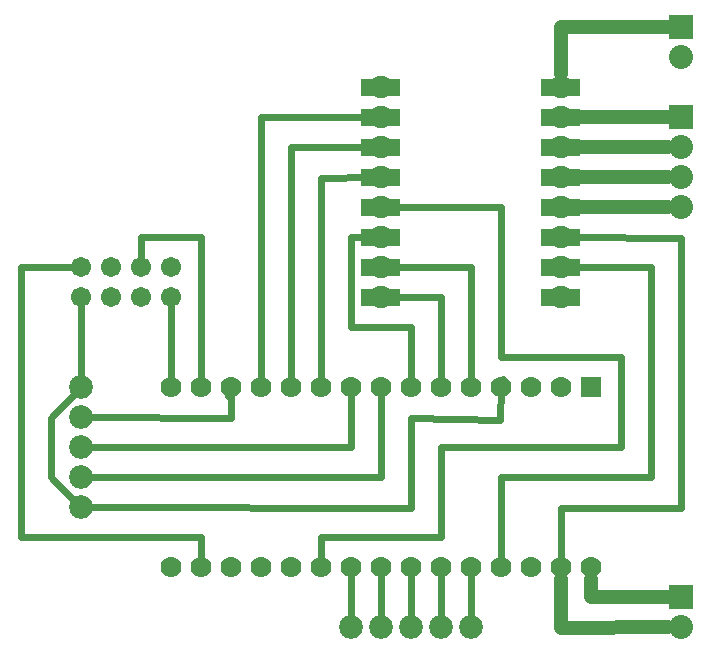
<source format=gbl>
G04 MADE WITH FRITZING*
G04 WWW.FRITZING.ORG*
G04 DOUBLE SIDED*
G04 HOLES PLATED*
G04 CONTOUR ON CENTER OF CONTOUR VECTOR*
%ASAXBY*%
%FSLAX23Y23*%
%MOIN*%
%OFA0B0*%
%SFA1.0B1.0*%
%ADD10C,0.079370*%
%ADD11C,0.075333*%
%ADD12C,0.080000*%
%ADD13C,0.067278*%
%ADD14C,0.070000*%
%ADD15R,0.080000X0.080000*%
%ADD16R,0.070000X0.069972*%
%ADD17C,0.024000*%
%ADD18C,0.048000*%
%ADD19R,0.001000X0.001000*%
%LNCOPPER0*%
G90*
G70*
G54D10*
X248Y567D03*
X248Y667D03*
X248Y767D03*
X248Y867D03*
X248Y967D03*
X1548Y167D03*
X1448Y167D03*
X1348Y167D03*
X1248Y167D03*
X1148Y167D03*
G54D11*
X1248Y1967D03*
X1248Y1867D03*
X1848Y1967D03*
X1848Y1867D03*
X1848Y1767D03*
X1848Y1667D03*
X1848Y1567D03*
X1848Y1467D03*
X1848Y1367D03*
X1848Y1267D03*
X1248Y1267D03*
X1248Y1367D03*
X1248Y1467D03*
X1248Y1567D03*
X1248Y1667D03*
X1248Y1767D03*
G54D12*
X2248Y267D03*
X2248Y167D03*
X2248Y2167D03*
X2248Y2067D03*
X2248Y1867D03*
X2248Y1767D03*
X2248Y1667D03*
X2248Y1567D03*
G54D13*
X248Y1367D03*
X348Y1367D03*
X448Y1367D03*
X548Y1367D03*
X248Y1267D03*
X348Y1267D03*
X448Y1267D03*
X548Y1267D03*
G54D14*
X1948Y967D03*
X1848Y967D03*
X1748Y967D03*
X1648Y967D03*
X1548Y967D03*
X1448Y967D03*
X1348Y967D03*
X1248Y967D03*
X1148Y967D03*
X1048Y967D03*
X948Y967D03*
X848Y967D03*
X748Y967D03*
X648Y967D03*
X548Y967D03*
X1948Y367D03*
X1848Y367D03*
X1748Y367D03*
X1648Y367D03*
X1548Y367D03*
X1448Y367D03*
X1348Y367D03*
X1248Y367D03*
X1148Y367D03*
X1048Y367D03*
X948Y367D03*
X848Y367D03*
X748Y367D03*
X648Y367D03*
X548Y367D03*
G54D15*
X2248Y267D03*
X2248Y2167D03*
X2248Y1867D03*
G54D16*
X1948Y967D03*
G54D17*
X448Y1467D02*
X648Y1467D01*
D02*
X448Y1395D02*
X448Y1467D01*
D02*
X648Y1467D02*
X648Y996D01*
D02*
X2149Y1367D02*
X2147Y668D01*
D02*
X2147Y668D02*
X1649Y668D01*
D02*
X1880Y1367D02*
X2149Y1367D01*
D02*
X1649Y668D02*
X1648Y396D01*
G54D18*
D02*
X1848Y2167D02*
X1848Y2010D01*
D02*
X2206Y2167D02*
X1848Y2167D01*
D02*
X1947Y267D02*
X1948Y327D01*
D02*
X2206Y267D02*
X1947Y267D01*
G54D17*
D02*
X48Y467D02*
X47Y1367D01*
D02*
X648Y467D02*
X48Y467D01*
D02*
X47Y1367D02*
X220Y1367D01*
D02*
X648Y396D02*
X648Y467D01*
D02*
X1248Y668D02*
X1248Y938D01*
D02*
X279Y667D02*
X1248Y668D01*
D02*
X1149Y767D02*
X1148Y938D01*
D02*
X279Y767D02*
X1149Y767D01*
D02*
X748Y966D02*
X740Y939D01*
D02*
X747Y866D02*
X748Y966D01*
D02*
X279Y867D02*
X747Y866D01*
D02*
X248Y998D02*
X248Y1239D01*
D02*
X148Y668D02*
X148Y866D01*
D02*
X148Y866D02*
X226Y945D01*
D02*
X226Y589D02*
X148Y668D01*
D02*
X1347Y866D02*
X1347Y566D01*
D02*
X1347Y566D02*
X279Y567D01*
D02*
X1646Y857D02*
X1347Y866D01*
D02*
X1648Y968D02*
X1646Y857D01*
D02*
X1655Y995D02*
X1648Y968D01*
G54D18*
D02*
X2206Y167D02*
X1848Y166D01*
D02*
X1848Y166D02*
X1848Y327D01*
D02*
X2206Y1867D02*
X1891Y1867D01*
D02*
X2206Y1767D02*
X1891Y1767D01*
G54D17*
D02*
X1548Y1367D02*
X1548Y996D01*
D02*
X1280Y1367D02*
X1548Y1367D01*
D02*
X948Y996D02*
X948Y1767D01*
D02*
X948Y1767D02*
X1216Y1767D01*
D02*
X1149Y1467D02*
X1148Y1167D01*
D02*
X1349Y1167D02*
X1348Y996D01*
D02*
X1148Y1167D02*
X1349Y1167D01*
D02*
X1216Y1467D02*
X1149Y1467D01*
D02*
X1280Y1267D02*
X1449Y1267D01*
D02*
X1449Y1267D02*
X1448Y996D01*
G54D18*
D02*
X2206Y1667D02*
X1891Y1667D01*
D02*
X2206Y1567D02*
X1891Y1567D01*
G54D17*
D02*
X847Y1867D02*
X848Y996D01*
D02*
X1216Y1867D02*
X847Y1867D01*
D02*
X1049Y1666D02*
X1048Y996D01*
D02*
X1216Y1667D02*
X1049Y1666D01*
D02*
X548Y996D02*
X548Y1239D01*
D02*
X2249Y1466D02*
X2249Y566D01*
D02*
X1880Y1467D02*
X2249Y1466D01*
D02*
X2249Y566D02*
X1847Y566D01*
D02*
X1847Y566D02*
X1848Y396D01*
D02*
X2048Y767D02*
X1448Y767D01*
D02*
X1448Y767D02*
X1448Y467D01*
D02*
X2048Y1067D02*
X2048Y767D01*
D02*
X1448Y467D02*
X1047Y467D01*
D02*
X1649Y1067D02*
X2048Y1067D01*
D02*
X1047Y467D02*
X1048Y396D01*
D02*
X1648Y1567D02*
X1649Y1067D01*
D02*
X1280Y1567D02*
X1648Y1567D01*
D02*
X1548Y338D02*
X1548Y198D01*
D02*
X1448Y198D02*
X1448Y338D01*
D02*
X1348Y198D02*
X1348Y338D01*
D02*
X1248Y198D02*
X1248Y338D01*
D02*
X1148Y198D02*
X1148Y338D01*
G54D19*
X1244Y1996D02*
X1251Y1996D01*
X1844Y1996D02*
X1851Y1996D01*
X1241Y1995D02*
X1254Y1995D01*
X1840Y1995D02*
X1854Y1995D01*
X1183Y1994D02*
X1235Y1994D01*
X1259Y1994D02*
X1312Y1994D01*
X1783Y1994D02*
X1835Y1994D01*
X1859Y1994D02*
X1912Y1994D01*
X1183Y1993D02*
X1233Y1993D01*
X1261Y1993D02*
X1312Y1993D01*
X1783Y1993D02*
X1833Y1993D01*
X1861Y1993D02*
X1912Y1993D01*
X1183Y1992D02*
X1231Y1992D01*
X1263Y1992D02*
X1312Y1992D01*
X1783Y1992D02*
X1831Y1992D01*
X1863Y1992D02*
X1912Y1992D01*
X1183Y1991D02*
X1230Y1991D01*
X1265Y1991D02*
X1312Y1991D01*
X1783Y1991D02*
X1830Y1991D01*
X1865Y1991D02*
X1912Y1991D01*
X1183Y1990D02*
X1228Y1990D01*
X1266Y1990D02*
X1312Y1990D01*
X1783Y1990D02*
X1828Y1990D01*
X1866Y1990D02*
X1912Y1990D01*
X1183Y1989D02*
X1227Y1989D01*
X1267Y1989D02*
X1312Y1989D01*
X1783Y1989D02*
X1827Y1989D01*
X1867Y1989D02*
X1912Y1989D01*
X1183Y1988D02*
X1226Y1988D01*
X1268Y1988D02*
X1312Y1988D01*
X1783Y1988D02*
X1826Y1988D01*
X1868Y1988D02*
X1912Y1988D01*
X1183Y1987D02*
X1225Y1987D01*
X1269Y1987D02*
X1312Y1987D01*
X1783Y1987D02*
X1825Y1987D01*
X1869Y1987D02*
X1912Y1987D01*
X1183Y1986D02*
X1224Y1986D01*
X1270Y1986D02*
X1312Y1986D01*
X1783Y1986D02*
X1824Y1986D01*
X1870Y1986D02*
X1912Y1986D01*
X1183Y1985D02*
X1223Y1985D01*
X1271Y1985D02*
X1312Y1985D01*
X1783Y1985D02*
X1823Y1985D01*
X1871Y1985D02*
X1912Y1985D01*
X1183Y1984D02*
X1223Y1984D01*
X1271Y1984D02*
X1312Y1984D01*
X1783Y1984D02*
X1823Y1984D01*
X1871Y1984D02*
X1912Y1984D01*
X1183Y1983D02*
X1222Y1983D01*
X1272Y1983D02*
X1312Y1983D01*
X1783Y1983D02*
X1822Y1983D01*
X1872Y1983D02*
X1912Y1983D01*
X1183Y1982D02*
X1222Y1982D01*
X1273Y1982D02*
X1312Y1982D01*
X1783Y1982D02*
X1821Y1982D01*
X1873Y1982D02*
X1912Y1982D01*
X1183Y1981D02*
X1221Y1981D01*
X1273Y1981D02*
X1312Y1981D01*
X1783Y1981D02*
X1821Y1981D01*
X1873Y1981D02*
X1912Y1981D01*
X1183Y1980D02*
X1221Y1980D01*
X1274Y1980D02*
X1312Y1980D01*
X1783Y1980D02*
X1820Y1980D01*
X1874Y1980D02*
X1912Y1980D01*
X1183Y1979D02*
X1220Y1979D01*
X1274Y1979D02*
X1312Y1979D01*
X1783Y1979D02*
X1820Y1979D01*
X1874Y1979D02*
X1912Y1979D01*
X1183Y1978D02*
X1220Y1978D01*
X1275Y1978D02*
X1312Y1978D01*
X1783Y1978D02*
X1820Y1978D01*
X1875Y1978D02*
X1912Y1978D01*
X1183Y1977D02*
X1219Y1977D01*
X1275Y1977D02*
X1312Y1977D01*
X1783Y1977D02*
X1819Y1977D01*
X1875Y1977D02*
X1912Y1977D01*
X1183Y1976D02*
X1219Y1976D01*
X1276Y1976D02*
X1312Y1976D01*
X1783Y1976D02*
X1819Y1976D01*
X1876Y1976D02*
X1912Y1976D01*
X1183Y1975D02*
X1219Y1975D01*
X1276Y1975D02*
X1312Y1975D01*
X1783Y1975D02*
X1819Y1975D01*
X1876Y1975D02*
X1912Y1975D01*
X1183Y1974D02*
X1218Y1974D01*
X1276Y1974D02*
X1312Y1974D01*
X1783Y1974D02*
X1818Y1974D01*
X1876Y1974D02*
X1912Y1974D01*
X1183Y1973D02*
X1218Y1973D01*
X1276Y1973D02*
X1312Y1973D01*
X1783Y1973D02*
X1818Y1973D01*
X1876Y1973D02*
X1912Y1973D01*
X1183Y1972D02*
X1218Y1972D01*
X1277Y1972D02*
X1312Y1972D01*
X1783Y1972D02*
X1818Y1972D01*
X1877Y1972D02*
X1912Y1972D01*
X1183Y1971D02*
X1218Y1971D01*
X1277Y1971D02*
X1312Y1971D01*
X1783Y1971D02*
X1818Y1971D01*
X1877Y1971D02*
X1912Y1971D01*
X1183Y1970D02*
X1218Y1970D01*
X1277Y1970D02*
X1312Y1970D01*
X1783Y1970D02*
X1818Y1970D01*
X1877Y1970D02*
X1912Y1970D01*
X1183Y1969D02*
X1218Y1969D01*
X1277Y1969D02*
X1312Y1969D01*
X1783Y1969D02*
X1818Y1969D01*
X1877Y1969D02*
X1912Y1969D01*
X1183Y1968D02*
X1218Y1968D01*
X1277Y1968D02*
X1312Y1968D01*
X1783Y1968D02*
X1818Y1968D01*
X1877Y1968D02*
X1912Y1968D01*
X1183Y1967D02*
X1218Y1967D01*
X1277Y1967D02*
X1312Y1967D01*
X1783Y1967D02*
X1818Y1967D01*
X1877Y1967D02*
X1912Y1967D01*
X1183Y1966D02*
X1218Y1966D01*
X1277Y1966D02*
X1312Y1966D01*
X1783Y1966D02*
X1818Y1966D01*
X1877Y1966D02*
X1912Y1966D01*
X1183Y1965D02*
X1218Y1965D01*
X1277Y1965D02*
X1312Y1965D01*
X1783Y1965D02*
X1818Y1965D01*
X1877Y1965D02*
X1912Y1965D01*
X1183Y1964D02*
X1218Y1964D01*
X1277Y1964D02*
X1312Y1964D01*
X1783Y1964D02*
X1818Y1964D01*
X1877Y1964D02*
X1912Y1964D01*
X1183Y1963D02*
X1218Y1963D01*
X1277Y1963D02*
X1312Y1963D01*
X1783Y1963D02*
X1818Y1963D01*
X1877Y1963D02*
X1912Y1963D01*
X1183Y1962D02*
X1218Y1962D01*
X1277Y1962D02*
X1312Y1962D01*
X1783Y1962D02*
X1818Y1962D01*
X1876Y1962D02*
X1912Y1962D01*
X1183Y1961D02*
X1218Y1961D01*
X1276Y1961D02*
X1312Y1961D01*
X1783Y1961D02*
X1818Y1961D01*
X1876Y1961D02*
X1912Y1961D01*
X1183Y1960D02*
X1219Y1960D01*
X1276Y1960D02*
X1312Y1960D01*
X1783Y1960D02*
X1819Y1960D01*
X1876Y1960D02*
X1912Y1960D01*
X1183Y1959D02*
X1219Y1959D01*
X1276Y1959D02*
X1312Y1959D01*
X1783Y1959D02*
X1819Y1959D01*
X1876Y1959D02*
X1912Y1959D01*
X1183Y1958D02*
X1219Y1958D01*
X1275Y1958D02*
X1312Y1958D01*
X1783Y1958D02*
X1819Y1958D01*
X1875Y1958D02*
X1912Y1958D01*
X1183Y1957D02*
X1220Y1957D01*
X1275Y1957D02*
X1312Y1957D01*
X1783Y1957D02*
X1820Y1957D01*
X1875Y1957D02*
X1912Y1957D01*
X1183Y1956D02*
X1220Y1956D01*
X1275Y1956D02*
X1312Y1956D01*
X1783Y1956D02*
X1820Y1956D01*
X1875Y1956D02*
X1912Y1956D01*
X1183Y1955D02*
X1220Y1955D01*
X1274Y1955D02*
X1312Y1955D01*
X1783Y1955D02*
X1820Y1955D01*
X1874Y1955D02*
X1912Y1955D01*
X1183Y1954D02*
X1221Y1954D01*
X1274Y1954D02*
X1312Y1954D01*
X1783Y1954D02*
X1821Y1954D01*
X1874Y1954D02*
X1912Y1954D01*
X1183Y1953D02*
X1221Y1953D01*
X1273Y1953D02*
X1312Y1953D01*
X1783Y1953D02*
X1821Y1953D01*
X1873Y1953D02*
X1912Y1953D01*
X1183Y1952D02*
X1222Y1952D01*
X1273Y1952D02*
X1312Y1952D01*
X1783Y1952D02*
X1822Y1952D01*
X1873Y1952D02*
X1912Y1952D01*
X1183Y1951D02*
X1223Y1951D01*
X1272Y1951D02*
X1312Y1951D01*
X1783Y1951D02*
X1823Y1951D01*
X1872Y1951D02*
X1912Y1951D01*
X1183Y1950D02*
X1224Y1950D01*
X1271Y1950D02*
X1312Y1950D01*
X1783Y1950D02*
X1823Y1950D01*
X1871Y1950D02*
X1912Y1950D01*
X1183Y1949D02*
X1224Y1949D01*
X1270Y1949D02*
X1312Y1949D01*
X1783Y1949D02*
X1824Y1949D01*
X1870Y1949D02*
X1912Y1949D01*
X1183Y1948D02*
X1225Y1948D01*
X1270Y1948D02*
X1312Y1948D01*
X1783Y1948D02*
X1825Y1948D01*
X1870Y1948D02*
X1912Y1948D01*
X1183Y1947D02*
X1226Y1947D01*
X1269Y1947D02*
X1312Y1947D01*
X1783Y1947D02*
X1826Y1947D01*
X1869Y1947D02*
X1912Y1947D01*
X1183Y1946D02*
X1227Y1946D01*
X1268Y1946D02*
X1312Y1946D01*
X1783Y1946D02*
X1827Y1946D01*
X1868Y1946D02*
X1912Y1946D01*
X1183Y1945D02*
X1228Y1945D01*
X1267Y1945D02*
X1312Y1945D01*
X1783Y1945D02*
X1828Y1945D01*
X1867Y1945D02*
X1912Y1945D01*
X1183Y1944D02*
X1229Y1944D01*
X1265Y1944D02*
X1312Y1944D01*
X1783Y1944D02*
X1829Y1944D01*
X1865Y1944D02*
X1912Y1944D01*
X1183Y1943D02*
X1231Y1943D01*
X1264Y1943D02*
X1312Y1943D01*
X1783Y1943D02*
X1831Y1943D01*
X1864Y1943D02*
X1912Y1943D01*
X1183Y1942D02*
X1232Y1942D01*
X1263Y1942D02*
X1312Y1942D01*
X1783Y1942D02*
X1832Y1942D01*
X1862Y1942D02*
X1912Y1942D01*
X1183Y1941D02*
X1234Y1941D01*
X1261Y1941D02*
X1312Y1941D01*
X1783Y1941D02*
X1834Y1941D01*
X1861Y1941D02*
X1912Y1941D01*
X1183Y1940D02*
X1236Y1940D01*
X1258Y1940D02*
X1312Y1940D01*
X1783Y1940D02*
X1836Y1940D01*
X1858Y1940D02*
X1912Y1940D01*
X1183Y1939D02*
X1239Y1939D01*
X1255Y1939D02*
X1312Y1939D01*
X1783Y1939D02*
X1839Y1939D01*
X1855Y1939D02*
X1912Y1939D01*
X1183Y1938D02*
X1242Y1938D01*
X1253Y1938D02*
X1312Y1938D01*
X1783Y1938D02*
X1842Y1938D01*
X1853Y1938D02*
X1912Y1938D01*
X1244Y1896D02*
X1251Y1896D01*
X1843Y1896D02*
X1851Y1896D01*
X1241Y1895D02*
X1254Y1895D01*
X1841Y1895D02*
X1854Y1895D01*
X1183Y1894D02*
X1235Y1894D01*
X1259Y1894D02*
X1312Y1894D01*
X1783Y1894D02*
X1835Y1894D01*
X1859Y1894D02*
X1912Y1894D01*
X1183Y1893D02*
X1233Y1893D01*
X1261Y1893D02*
X1312Y1893D01*
X1783Y1893D02*
X1833Y1893D01*
X1861Y1893D02*
X1912Y1893D01*
X1183Y1892D02*
X1231Y1892D01*
X1263Y1892D02*
X1312Y1892D01*
X1783Y1892D02*
X1831Y1892D01*
X1863Y1892D02*
X1912Y1892D01*
X1183Y1891D02*
X1230Y1891D01*
X1265Y1891D02*
X1312Y1891D01*
X1783Y1891D02*
X1830Y1891D01*
X1865Y1891D02*
X1912Y1891D01*
X1183Y1890D02*
X1228Y1890D01*
X1266Y1890D02*
X1312Y1890D01*
X1783Y1890D02*
X1828Y1890D01*
X1866Y1890D02*
X1912Y1890D01*
X1183Y1889D02*
X1227Y1889D01*
X1267Y1889D02*
X1312Y1889D01*
X1783Y1889D02*
X1827Y1889D01*
X1867Y1889D02*
X1912Y1889D01*
X1183Y1888D02*
X1226Y1888D01*
X1268Y1888D02*
X1312Y1888D01*
X1783Y1888D02*
X1826Y1888D01*
X1868Y1888D02*
X1912Y1888D01*
X1183Y1887D02*
X1225Y1887D01*
X1269Y1887D02*
X1312Y1887D01*
X1783Y1887D02*
X1825Y1887D01*
X1869Y1887D02*
X1912Y1887D01*
X1183Y1886D02*
X1224Y1886D01*
X1270Y1886D02*
X1312Y1886D01*
X1783Y1886D02*
X1824Y1886D01*
X1870Y1886D02*
X1912Y1886D01*
X1183Y1885D02*
X1223Y1885D01*
X1271Y1885D02*
X1312Y1885D01*
X1783Y1885D02*
X1823Y1885D01*
X1871Y1885D02*
X1912Y1885D01*
X1183Y1884D02*
X1223Y1884D01*
X1271Y1884D02*
X1312Y1884D01*
X1783Y1884D02*
X1823Y1884D01*
X1871Y1884D02*
X1912Y1884D01*
X1183Y1883D02*
X1222Y1883D01*
X1272Y1883D02*
X1312Y1883D01*
X1783Y1883D02*
X1822Y1883D01*
X1872Y1883D02*
X1912Y1883D01*
X1183Y1882D02*
X1222Y1882D01*
X1273Y1882D02*
X1312Y1882D01*
X1783Y1882D02*
X1821Y1882D01*
X1873Y1882D02*
X1912Y1882D01*
X1183Y1881D02*
X1221Y1881D01*
X1273Y1881D02*
X1312Y1881D01*
X1783Y1881D02*
X1821Y1881D01*
X1873Y1881D02*
X1912Y1881D01*
X1183Y1880D02*
X1221Y1880D01*
X1274Y1880D02*
X1312Y1880D01*
X1783Y1880D02*
X1820Y1880D01*
X1874Y1880D02*
X1912Y1880D01*
X1183Y1879D02*
X1220Y1879D01*
X1274Y1879D02*
X1312Y1879D01*
X1783Y1879D02*
X1820Y1879D01*
X1874Y1879D02*
X1912Y1879D01*
X1183Y1878D02*
X1220Y1878D01*
X1275Y1878D02*
X1312Y1878D01*
X1783Y1878D02*
X1820Y1878D01*
X1875Y1878D02*
X1912Y1878D01*
X1183Y1877D02*
X1219Y1877D01*
X1275Y1877D02*
X1312Y1877D01*
X1783Y1877D02*
X1819Y1877D01*
X1875Y1877D02*
X1912Y1877D01*
X1183Y1876D02*
X1219Y1876D01*
X1276Y1876D02*
X1312Y1876D01*
X1783Y1876D02*
X1819Y1876D01*
X1876Y1876D02*
X1912Y1876D01*
X1183Y1875D02*
X1219Y1875D01*
X1276Y1875D02*
X1312Y1875D01*
X1783Y1875D02*
X1819Y1875D01*
X1876Y1875D02*
X1912Y1875D01*
X1183Y1874D02*
X1218Y1874D01*
X1276Y1874D02*
X1312Y1874D01*
X1783Y1874D02*
X1818Y1874D01*
X1876Y1874D02*
X1912Y1874D01*
X1183Y1873D02*
X1218Y1873D01*
X1276Y1873D02*
X1312Y1873D01*
X1783Y1873D02*
X1818Y1873D01*
X1876Y1873D02*
X1912Y1873D01*
X1183Y1872D02*
X1218Y1872D01*
X1277Y1872D02*
X1312Y1872D01*
X1783Y1872D02*
X1818Y1872D01*
X1877Y1872D02*
X1912Y1872D01*
X1183Y1871D02*
X1218Y1871D01*
X1277Y1871D02*
X1312Y1871D01*
X1783Y1871D02*
X1818Y1871D01*
X1877Y1871D02*
X1912Y1871D01*
X1183Y1870D02*
X1218Y1870D01*
X1277Y1870D02*
X1312Y1870D01*
X1783Y1870D02*
X1818Y1870D01*
X1877Y1870D02*
X1912Y1870D01*
X1183Y1869D02*
X1218Y1869D01*
X1277Y1869D02*
X1312Y1869D01*
X1783Y1869D02*
X1818Y1869D01*
X1877Y1869D02*
X1912Y1869D01*
X1183Y1868D02*
X1218Y1868D01*
X1277Y1868D02*
X1312Y1868D01*
X1783Y1868D02*
X1818Y1868D01*
X1877Y1868D02*
X1912Y1868D01*
X1183Y1867D02*
X1218Y1867D01*
X1277Y1867D02*
X1312Y1867D01*
X1783Y1867D02*
X1818Y1867D01*
X1877Y1867D02*
X1912Y1867D01*
X1183Y1866D02*
X1218Y1866D01*
X1277Y1866D02*
X1312Y1866D01*
X1783Y1866D02*
X1818Y1866D01*
X1877Y1866D02*
X1912Y1866D01*
X1183Y1865D02*
X1218Y1865D01*
X1277Y1865D02*
X1312Y1865D01*
X1783Y1865D02*
X1818Y1865D01*
X1877Y1865D02*
X1912Y1865D01*
X1183Y1864D02*
X1218Y1864D01*
X1277Y1864D02*
X1312Y1864D01*
X1783Y1864D02*
X1818Y1864D01*
X1877Y1864D02*
X1912Y1864D01*
X1183Y1863D02*
X1218Y1863D01*
X1277Y1863D02*
X1312Y1863D01*
X1783Y1863D02*
X1818Y1863D01*
X1877Y1863D02*
X1912Y1863D01*
X1183Y1862D02*
X1218Y1862D01*
X1277Y1862D02*
X1312Y1862D01*
X1783Y1862D02*
X1818Y1862D01*
X1876Y1862D02*
X1912Y1862D01*
X1183Y1861D02*
X1218Y1861D01*
X1276Y1861D02*
X1312Y1861D01*
X1783Y1861D02*
X1818Y1861D01*
X1876Y1861D02*
X1912Y1861D01*
X1183Y1860D02*
X1219Y1860D01*
X1276Y1860D02*
X1312Y1860D01*
X1783Y1860D02*
X1819Y1860D01*
X1876Y1860D02*
X1912Y1860D01*
X1183Y1859D02*
X1219Y1859D01*
X1276Y1859D02*
X1312Y1859D01*
X1783Y1859D02*
X1819Y1859D01*
X1876Y1859D02*
X1912Y1859D01*
X1183Y1858D02*
X1219Y1858D01*
X1275Y1858D02*
X1312Y1858D01*
X1783Y1858D02*
X1819Y1858D01*
X1875Y1858D02*
X1912Y1858D01*
X1183Y1857D02*
X1220Y1857D01*
X1275Y1857D02*
X1312Y1857D01*
X1783Y1857D02*
X1820Y1857D01*
X1875Y1857D02*
X1912Y1857D01*
X1183Y1856D02*
X1220Y1856D01*
X1275Y1856D02*
X1312Y1856D01*
X1783Y1856D02*
X1820Y1856D01*
X1875Y1856D02*
X1912Y1856D01*
X1183Y1855D02*
X1220Y1855D01*
X1274Y1855D02*
X1312Y1855D01*
X1783Y1855D02*
X1820Y1855D01*
X1874Y1855D02*
X1912Y1855D01*
X1183Y1854D02*
X1221Y1854D01*
X1274Y1854D02*
X1312Y1854D01*
X1783Y1854D02*
X1821Y1854D01*
X1874Y1854D02*
X1912Y1854D01*
X1183Y1853D02*
X1221Y1853D01*
X1273Y1853D02*
X1312Y1853D01*
X1783Y1853D02*
X1821Y1853D01*
X1873Y1853D02*
X1912Y1853D01*
X1183Y1852D02*
X1222Y1852D01*
X1273Y1852D02*
X1312Y1852D01*
X1783Y1852D02*
X1822Y1852D01*
X1873Y1852D02*
X1912Y1852D01*
X1183Y1851D02*
X1223Y1851D01*
X1272Y1851D02*
X1312Y1851D01*
X1783Y1851D02*
X1823Y1851D01*
X1872Y1851D02*
X1912Y1851D01*
X1183Y1850D02*
X1224Y1850D01*
X1271Y1850D02*
X1312Y1850D01*
X1783Y1850D02*
X1823Y1850D01*
X1871Y1850D02*
X1912Y1850D01*
X1183Y1849D02*
X1224Y1849D01*
X1270Y1849D02*
X1312Y1849D01*
X1783Y1849D02*
X1824Y1849D01*
X1870Y1849D02*
X1912Y1849D01*
X1183Y1848D02*
X1225Y1848D01*
X1270Y1848D02*
X1312Y1848D01*
X1783Y1848D02*
X1825Y1848D01*
X1870Y1848D02*
X1912Y1848D01*
X1183Y1847D02*
X1226Y1847D01*
X1269Y1847D02*
X1312Y1847D01*
X1783Y1847D02*
X1826Y1847D01*
X1869Y1847D02*
X1912Y1847D01*
X1183Y1846D02*
X1227Y1846D01*
X1268Y1846D02*
X1312Y1846D01*
X1783Y1846D02*
X1827Y1846D01*
X1868Y1846D02*
X1912Y1846D01*
X1183Y1845D02*
X1228Y1845D01*
X1267Y1845D02*
X1312Y1845D01*
X1783Y1845D02*
X1828Y1845D01*
X1867Y1845D02*
X1912Y1845D01*
X1183Y1844D02*
X1229Y1844D01*
X1265Y1844D02*
X1312Y1844D01*
X1783Y1844D02*
X1829Y1844D01*
X1865Y1844D02*
X1912Y1844D01*
X1183Y1843D02*
X1231Y1843D01*
X1264Y1843D02*
X1312Y1843D01*
X1783Y1843D02*
X1831Y1843D01*
X1864Y1843D02*
X1912Y1843D01*
X1183Y1842D02*
X1232Y1842D01*
X1263Y1842D02*
X1312Y1842D01*
X1783Y1842D02*
X1832Y1842D01*
X1862Y1842D02*
X1912Y1842D01*
X1183Y1841D02*
X1234Y1841D01*
X1261Y1841D02*
X1312Y1841D01*
X1783Y1841D02*
X1834Y1841D01*
X1861Y1841D02*
X1912Y1841D01*
X1183Y1840D02*
X1236Y1840D01*
X1258Y1840D02*
X1312Y1840D01*
X1783Y1840D02*
X1836Y1840D01*
X1858Y1840D02*
X1912Y1840D01*
X1183Y1839D02*
X1239Y1839D01*
X1255Y1839D02*
X1312Y1839D01*
X1783Y1839D02*
X1839Y1839D01*
X1855Y1839D02*
X1912Y1839D01*
X1183Y1838D02*
X1241Y1838D01*
X1253Y1838D02*
X1312Y1838D01*
X1783Y1838D02*
X1841Y1838D01*
X1853Y1838D02*
X1912Y1838D01*
X1243Y1796D02*
X1251Y1796D01*
X1843Y1796D02*
X1851Y1796D01*
X1241Y1795D02*
X1254Y1795D01*
X1841Y1795D02*
X1854Y1795D01*
X1183Y1794D02*
X1235Y1794D01*
X1259Y1794D02*
X1312Y1794D01*
X1783Y1794D02*
X1835Y1794D01*
X1859Y1794D02*
X1912Y1794D01*
X1183Y1793D02*
X1233Y1793D01*
X1261Y1793D02*
X1312Y1793D01*
X1783Y1793D02*
X1833Y1793D01*
X1861Y1793D02*
X1912Y1793D01*
X1183Y1792D02*
X1231Y1792D01*
X1263Y1792D02*
X1312Y1792D01*
X1783Y1792D02*
X1831Y1792D01*
X1863Y1792D02*
X1912Y1792D01*
X1183Y1791D02*
X1230Y1791D01*
X1265Y1791D02*
X1312Y1791D01*
X1783Y1791D02*
X1830Y1791D01*
X1865Y1791D02*
X1912Y1791D01*
X1183Y1790D02*
X1228Y1790D01*
X1266Y1790D02*
X1312Y1790D01*
X1783Y1790D02*
X1828Y1790D01*
X1866Y1790D02*
X1912Y1790D01*
X1183Y1789D02*
X1227Y1789D01*
X1267Y1789D02*
X1312Y1789D01*
X1783Y1789D02*
X1827Y1789D01*
X1867Y1789D02*
X1912Y1789D01*
X1183Y1788D02*
X1226Y1788D01*
X1268Y1788D02*
X1312Y1788D01*
X1783Y1788D02*
X1826Y1788D01*
X1868Y1788D02*
X1912Y1788D01*
X1183Y1787D02*
X1225Y1787D01*
X1269Y1787D02*
X1312Y1787D01*
X1783Y1787D02*
X1825Y1787D01*
X1869Y1787D02*
X1912Y1787D01*
X1183Y1786D02*
X1224Y1786D01*
X1270Y1786D02*
X1312Y1786D01*
X1783Y1786D02*
X1824Y1786D01*
X1870Y1786D02*
X1912Y1786D01*
X1183Y1785D02*
X1223Y1785D01*
X1271Y1785D02*
X1312Y1785D01*
X1783Y1785D02*
X1823Y1785D01*
X1871Y1785D02*
X1912Y1785D01*
X1183Y1784D02*
X1223Y1784D01*
X1271Y1784D02*
X1312Y1784D01*
X1783Y1784D02*
X1823Y1784D01*
X1871Y1784D02*
X1912Y1784D01*
X1183Y1783D02*
X1222Y1783D01*
X1272Y1783D02*
X1312Y1783D01*
X1783Y1783D02*
X1822Y1783D01*
X1872Y1783D02*
X1912Y1783D01*
X1183Y1782D02*
X1222Y1782D01*
X1273Y1782D02*
X1312Y1782D01*
X1783Y1782D02*
X1821Y1782D01*
X1873Y1782D02*
X1912Y1782D01*
X1183Y1781D02*
X1221Y1781D01*
X1273Y1781D02*
X1312Y1781D01*
X1783Y1781D02*
X1821Y1781D01*
X1873Y1781D02*
X1912Y1781D01*
X1183Y1780D02*
X1221Y1780D01*
X1274Y1780D02*
X1312Y1780D01*
X1783Y1780D02*
X1820Y1780D01*
X1874Y1780D02*
X1912Y1780D01*
X1183Y1779D02*
X1220Y1779D01*
X1274Y1779D02*
X1312Y1779D01*
X1783Y1779D02*
X1820Y1779D01*
X1874Y1779D02*
X1912Y1779D01*
X1183Y1778D02*
X1220Y1778D01*
X1275Y1778D02*
X1312Y1778D01*
X1783Y1778D02*
X1820Y1778D01*
X1875Y1778D02*
X1912Y1778D01*
X1183Y1777D02*
X1219Y1777D01*
X1275Y1777D02*
X1312Y1777D01*
X1783Y1777D02*
X1819Y1777D01*
X1875Y1777D02*
X1912Y1777D01*
X1183Y1776D02*
X1219Y1776D01*
X1276Y1776D02*
X1312Y1776D01*
X1783Y1776D02*
X1819Y1776D01*
X1876Y1776D02*
X1912Y1776D01*
X1183Y1775D02*
X1219Y1775D01*
X1276Y1775D02*
X1312Y1775D01*
X1783Y1775D02*
X1819Y1775D01*
X1876Y1775D02*
X1912Y1775D01*
X1183Y1774D02*
X1218Y1774D01*
X1276Y1774D02*
X1312Y1774D01*
X1783Y1774D02*
X1818Y1774D01*
X1876Y1774D02*
X1912Y1774D01*
X1183Y1773D02*
X1218Y1773D01*
X1276Y1773D02*
X1312Y1773D01*
X1783Y1773D02*
X1818Y1773D01*
X1876Y1773D02*
X1912Y1773D01*
X1183Y1772D02*
X1218Y1772D01*
X1277Y1772D02*
X1312Y1772D01*
X1783Y1772D02*
X1818Y1772D01*
X1877Y1772D02*
X1912Y1772D01*
X1183Y1771D02*
X1218Y1771D01*
X1277Y1771D02*
X1312Y1771D01*
X1783Y1771D02*
X1818Y1771D01*
X1877Y1771D02*
X1912Y1771D01*
X1183Y1770D02*
X1218Y1770D01*
X1277Y1770D02*
X1312Y1770D01*
X1783Y1770D02*
X1818Y1770D01*
X1877Y1770D02*
X1912Y1770D01*
X1183Y1769D02*
X1218Y1769D01*
X1277Y1769D02*
X1312Y1769D01*
X1783Y1769D02*
X1818Y1769D01*
X1877Y1769D02*
X1912Y1769D01*
X1183Y1768D02*
X1218Y1768D01*
X1277Y1768D02*
X1312Y1768D01*
X1783Y1768D02*
X1818Y1768D01*
X1877Y1768D02*
X1912Y1768D01*
X1183Y1767D02*
X1218Y1767D01*
X1277Y1767D02*
X1312Y1767D01*
X1783Y1767D02*
X1818Y1767D01*
X1877Y1767D02*
X1912Y1767D01*
X1183Y1766D02*
X1218Y1766D01*
X1277Y1766D02*
X1312Y1766D01*
X1783Y1766D02*
X1818Y1766D01*
X1877Y1766D02*
X1912Y1766D01*
X1183Y1765D02*
X1218Y1765D01*
X1277Y1765D02*
X1312Y1765D01*
X1783Y1765D02*
X1818Y1765D01*
X1877Y1765D02*
X1912Y1765D01*
X1183Y1764D02*
X1218Y1764D01*
X1277Y1764D02*
X1312Y1764D01*
X1783Y1764D02*
X1818Y1764D01*
X1877Y1764D02*
X1912Y1764D01*
X1183Y1763D02*
X1218Y1763D01*
X1277Y1763D02*
X1312Y1763D01*
X1783Y1763D02*
X1818Y1763D01*
X1877Y1763D02*
X1912Y1763D01*
X1183Y1762D02*
X1218Y1762D01*
X1277Y1762D02*
X1312Y1762D01*
X1783Y1762D02*
X1818Y1762D01*
X1876Y1762D02*
X1912Y1762D01*
X1183Y1761D02*
X1218Y1761D01*
X1276Y1761D02*
X1312Y1761D01*
X1783Y1761D02*
X1818Y1761D01*
X1876Y1761D02*
X1912Y1761D01*
X1183Y1760D02*
X1219Y1760D01*
X1276Y1760D02*
X1312Y1760D01*
X1783Y1760D02*
X1819Y1760D01*
X1876Y1760D02*
X1912Y1760D01*
X1183Y1759D02*
X1219Y1759D01*
X1276Y1759D02*
X1312Y1759D01*
X1783Y1759D02*
X1819Y1759D01*
X1876Y1759D02*
X1912Y1759D01*
X1183Y1758D02*
X1219Y1758D01*
X1275Y1758D02*
X1312Y1758D01*
X1783Y1758D02*
X1819Y1758D01*
X1875Y1758D02*
X1912Y1758D01*
X1183Y1757D02*
X1220Y1757D01*
X1275Y1757D02*
X1312Y1757D01*
X1783Y1757D02*
X1820Y1757D01*
X1875Y1757D02*
X1912Y1757D01*
X1183Y1756D02*
X1220Y1756D01*
X1275Y1756D02*
X1312Y1756D01*
X1783Y1756D02*
X1820Y1756D01*
X1875Y1756D02*
X1912Y1756D01*
X1183Y1755D02*
X1220Y1755D01*
X1274Y1755D02*
X1312Y1755D01*
X1783Y1755D02*
X1820Y1755D01*
X1874Y1755D02*
X1912Y1755D01*
X1183Y1754D02*
X1221Y1754D01*
X1274Y1754D02*
X1312Y1754D01*
X1783Y1754D02*
X1821Y1754D01*
X1874Y1754D02*
X1912Y1754D01*
X1183Y1753D02*
X1222Y1753D01*
X1273Y1753D02*
X1312Y1753D01*
X1783Y1753D02*
X1821Y1753D01*
X1873Y1753D02*
X1912Y1753D01*
X1183Y1752D02*
X1222Y1752D01*
X1273Y1752D02*
X1312Y1752D01*
X1783Y1752D02*
X1822Y1752D01*
X1873Y1752D02*
X1912Y1752D01*
X1183Y1751D02*
X1223Y1751D01*
X1272Y1751D02*
X1312Y1751D01*
X1783Y1751D02*
X1823Y1751D01*
X1872Y1751D02*
X1912Y1751D01*
X1183Y1750D02*
X1224Y1750D01*
X1271Y1750D02*
X1312Y1750D01*
X1783Y1750D02*
X1823Y1750D01*
X1871Y1750D02*
X1912Y1750D01*
X1183Y1749D02*
X1224Y1749D01*
X1270Y1749D02*
X1312Y1749D01*
X1783Y1749D02*
X1824Y1749D01*
X1870Y1749D02*
X1912Y1749D01*
X1183Y1748D02*
X1225Y1748D01*
X1270Y1748D02*
X1312Y1748D01*
X1783Y1748D02*
X1825Y1748D01*
X1870Y1748D02*
X1912Y1748D01*
X1183Y1747D02*
X1226Y1747D01*
X1269Y1747D02*
X1312Y1747D01*
X1783Y1747D02*
X1826Y1747D01*
X1869Y1747D02*
X1912Y1747D01*
X1183Y1746D02*
X1227Y1746D01*
X1268Y1746D02*
X1312Y1746D01*
X1783Y1746D02*
X1827Y1746D01*
X1868Y1746D02*
X1912Y1746D01*
X1183Y1745D02*
X1228Y1745D01*
X1267Y1745D02*
X1312Y1745D01*
X1783Y1745D02*
X1828Y1745D01*
X1867Y1745D02*
X1912Y1745D01*
X1183Y1744D02*
X1229Y1744D01*
X1265Y1744D02*
X1312Y1744D01*
X1783Y1744D02*
X1829Y1744D01*
X1865Y1744D02*
X1912Y1744D01*
X1183Y1743D02*
X1231Y1743D01*
X1264Y1743D02*
X1312Y1743D01*
X1783Y1743D02*
X1831Y1743D01*
X1864Y1743D02*
X1912Y1743D01*
X1183Y1742D02*
X1232Y1742D01*
X1263Y1742D02*
X1312Y1742D01*
X1783Y1742D02*
X1832Y1742D01*
X1862Y1742D02*
X1912Y1742D01*
X1183Y1741D02*
X1234Y1741D01*
X1261Y1741D02*
X1312Y1741D01*
X1783Y1741D02*
X1834Y1741D01*
X1861Y1741D02*
X1912Y1741D01*
X1183Y1740D02*
X1236Y1740D01*
X1258Y1740D02*
X1312Y1740D01*
X1783Y1740D02*
X1836Y1740D01*
X1858Y1740D02*
X1912Y1740D01*
X1183Y1739D02*
X1239Y1739D01*
X1255Y1739D02*
X1312Y1739D01*
X1783Y1739D02*
X1839Y1739D01*
X1855Y1739D02*
X1912Y1739D01*
X1183Y1738D02*
X1241Y1738D01*
X1253Y1738D02*
X1312Y1738D01*
X1783Y1738D02*
X1841Y1738D01*
X1853Y1738D02*
X1912Y1738D01*
X1243Y1696D02*
X1251Y1696D01*
X1843Y1696D02*
X1851Y1696D01*
X1241Y1695D02*
X1254Y1695D01*
X1841Y1695D02*
X1854Y1695D01*
X1183Y1694D02*
X1235Y1694D01*
X1259Y1694D02*
X1312Y1694D01*
X1783Y1694D02*
X1835Y1694D01*
X1859Y1694D02*
X1912Y1694D01*
X1183Y1693D02*
X1233Y1693D01*
X1261Y1693D02*
X1312Y1693D01*
X1783Y1693D02*
X1833Y1693D01*
X1861Y1693D02*
X1912Y1693D01*
X1183Y1692D02*
X1231Y1692D01*
X1263Y1692D02*
X1312Y1692D01*
X1783Y1692D02*
X1831Y1692D01*
X1863Y1692D02*
X1912Y1692D01*
X1183Y1691D02*
X1230Y1691D01*
X1265Y1691D02*
X1312Y1691D01*
X1783Y1691D02*
X1830Y1691D01*
X1865Y1691D02*
X1912Y1691D01*
X1183Y1690D02*
X1228Y1690D01*
X1266Y1690D02*
X1312Y1690D01*
X1783Y1690D02*
X1828Y1690D01*
X1866Y1690D02*
X1912Y1690D01*
X1183Y1689D02*
X1227Y1689D01*
X1267Y1689D02*
X1312Y1689D01*
X1783Y1689D02*
X1827Y1689D01*
X1867Y1689D02*
X1912Y1689D01*
X1183Y1688D02*
X1226Y1688D01*
X1268Y1688D02*
X1312Y1688D01*
X1783Y1688D02*
X1826Y1688D01*
X1868Y1688D02*
X1912Y1688D01*
X1183Y1687D02*
X1225Y1687D01*
X1269Y1687D02*
X1312Y1687D01*
X1783Y1687D02*
X1825Y1687D01*
X1869Y1687D02*
X1912Y1687D01*
X1183Y1686D02*
X1224Y1686D01*
X1270Y1686D02*
X1312Y1686D01*
X1783Y1686D02*
X1824Y1686D01*
X1870Y1686D02*
X1912Y1686D01*
X1183Y1685D02*
X1223Y1685D01*
X1271Y1685D02*
X1312Y1685D01*
X1783Y1685D02*
X1823Y1685D01*
X1871Y1685D02*
X1912Y1685D01*
X1183Y1684D02*
X1223Y1684D01*
X1271Y1684D02*
X1312Y1684D01*
X1783Y1684D02*
X1823Y1684D01*
X1871Y1684D02*
X1912Y1684D01*
X1183Y1683D02*
X1222Y1683D01*
X1272Y1683D02*
X1312Y1683D01*
X1783Y1683D02*
X1822Y1683D01*
X1872Y1683D02*
X1912Y1683D01*
X1183Y1682D02*
X1222Y1682D01*
X1273Y1682D02*
X1312Y1682D01*
X1783Y1682D02*
X1821Y1682D01*
X1873Y1682D02*
X1912Y1682D01*
X1183Y1681D02*
X1221Y1681D01*
X1273Y1681D02*
X1312Y1681D01*
X1783Y1681D02*
X1821Y1681D01*
X1873Y1681D02*
X1912Y1681D01*
X1183Y1680D02*
X1221Y1680D01*
X1274Y1680D02*
X1312Y1680D01*
X1783Y1680D02*
X1820Y1680D01*
X1874Y1680D02*
X1912Y1680D01*
X1183Y1679D02*
X1220Y1679D01*
X1274Y1679D02*
X1312Y1679D01*
X1783Y1679D02*
X1820Y1679D01*
X1874Y1679D02*
X1912Y1679D01*
X1183Y1678D02*
X1220Y1678D01*
X1275Y1678D02*
X1312Y1678D01*
X1783Y1678D02*
X1820Y1678D01*
X1875Y1678D02*
X1912Y1678D01*
X1183Y1677D02*
X1219Y1677D01*
X1275Y1677D02*
X1312Y1677D01*
X1783Y1677D02*
X1819Y1677D01*
X1875Y1677D02*
X1912Y1677D01*
X1183Y1676D02*
X1219Y1676D01*
X1276Y1676D02*
X1312Y1676D01*
X1783Y1676D02*
X1819Y1676D01*
X1876Y1676D02*
X1912Y1676D01*
X1183Y1675D02*
X1219Y1675D01*
X1276Y1675D02*
X1312Y1675D01*
X1783Y1675D02*
X1819Y1675D01*
X1876Y1675D02*
X1912Y1675D01*
X1183Y1674D02*
X1218Y1674D01*
X1276Y1674D02*
X1312Y1674D01*
X1783Y1674D02*
X1818Y1674D01*
X1876Y1674D02*
X1912Y1674D01*
X1183Y1673D02*
X1218Y1673D01*
X1276Y1673D02*
X1312Y1673D01*
X1783Y1673D02*
X1818Y1673D01*
X1876Y1673D02*
X1912Y1673D01*
X1183Y1672D02*
X1218Y1672D01*
X1277Y1672D02*
X1312Y1672D01*
X1783Y1672D02*
X1818Y1672D01*
X1877Y1672D02*
X1912Y1672D01*
X1183Y1671D02*
X1218Y1671D01*
X1277Y1671D02*
X1312Y1671D01*
X1783Y1671D02*
X1818Y1671D01*
X1877Y1671D02*
X1912Y1671D01*
X1183Y1670D02*
X1218Y1670D01*
X1277Y1670D02*
X1312Y1670D01*
X1783Y1670D02*
X1818Y1670D01*
X1877Y1670D02*
X1912Y1670D01*
X1183Y1669D02*
X1218Y1669D01*
X1277Y1669D02*
X1312Y1669D01*
X1783Y1669D02*
X1818Y1669D01*
X1877Y1669D02*
X1912Y1669D01*
X1183Y1668D02*
X1218Y1668D01*
X1277Y1668D02*
X1312Y1668D01*
X1783Y1668D02*
X1818Y1668D01*
X1877Y1668D02*
X1912Y1668D01*
X1183Y1667D02*
X1218Y1667D01*
X1277Y1667D02*
X1312Y1667D01*
X1783Y1667D02*
X1818Y1667D01*
X1877Y1667D02*
X1912Y1667D01*
X1183Y1666D02*
X1218Y1666D01*
X1277Y1666D02*
X1312Y1666D01*
X1783Y1666D02*
X1818Y1666D01*
X1877Y1666D02*
X1912Y1666D01*
X1183Y1665D02*
X1218Y1665D01*
X1277Y1665D02*
X1312Y1665D01*
X1783Y1665D02*
X1818Y1665D01*
X1877Y1665D02*
X1912Y1665D01*
X1183Y1664D02*
X1218Y1664D01*
X1277Y1664D02*
X1312Y1664D01*
X1783Y1664D02*
X1818Y1664D01*
X1877Y1664D02*
X1912Y1664D01*
X1183Y1663D02*
X1218Y1663D01*
X1277Y1663D02*
X1312Y1663D01*
X1783Y1663D02*
X1818Y1663D01*
X1877Y1663D02*
X1912Y1663D01*
X1183Y1662D02*
X1218Y1662D01*
X1277Y1662D02*
X1312Y1662D01*
X1783Y1662D02*
X1818Y1662D01*
X1876Y1662D02*
X1912Y1662D01*
X1183Y1661D02*
X1218Y1661D01*
X1276Y1661D02*
X1312Y1661D01*
X1783Y1661D02*
X1818Y1661D01*
X1876Y1661D02*
X1912Y1661D01*
X1183Y1660D02*
X1219Y1660D01*
X1276Y1660D02*
X1312Y1660D01*
X1783Y1660D02*
X1819Y1660D01*
X1876Y1660D02*
X1912Y1660D01*
X1183Y1659D02*
X1219Y1659D01*
X1276Y1659D02*
X1312Y1659D01*
X1783Y1659D02*
X1819Y1659D01*
X1876Y1659D02*
X1912Y1659D01*
X1183Y1658D02*
X1219Y1658D01*
X1275Y1658D02*
X1312Y1658D01*
X1783Y1658D02*
X1819Y1658D01*
X1875Y1658D02*
X1912Y1658D01*
X1183Y1657D02*
X1220Y1657D01*
X1275Y1657D02*
X1312Y1657D01*
X1783Y1657D02*
X1820Y1657D01*
X1875Y1657D02*
X1912Y1657D01*
X1183Y1656D02*
X1220Y1656D01*
X1275Y1656D02*
X1312Y1656D01*
X1783Y1656D02*
X1820Y1656D01*
X1875Y1656D02*
X1912Y1656D01*
X1183Y1655D02*
X1220Y1655D01*
X1274Y1655D02*
X1312Y1655D01*
X1783Y1655D02*
X1820Y1655D01*
X1874Y1655D02*
X1912Y1655D01*
X1183Y1654D02*
X1221Y1654D01*
X1274Y1654D02*
X1312Y1654D01*
X1783Y1654D02*
X1821Y1654D01*
X1874Y1654D02*
X1912Y1654D01*
X1183Y1653D02*
X1222Y1653D01*
X1273Y1653D02*
X1312Y1653D01*
X1783Y1653D02*
X1821Y1653D01*
X1873Y1653D02*
X1912Y1653D01*
X1183Y1652D02*
X1222Y1652D01*
X1273Y1652D02*
X1312Y1652D01*
X1783Y1652D02*
X1822Y1652D01*
X1873Y1652D02*
X1912Y1652D01*
X1183Y1651D02*
X1223Y1651D01*
X1272Y1651D02*
X1312Y1651D01*
X1783Y1651D02*
X1823Y1651D01*
X1872Y1651D02*
X1912Y1651D01*
X1183Y1650D02*
X1224Y1650D01*
X1271Y1650D02*
X1312Y1650D01*
X1783Y1650D02*
X1823Y1650D01*
X1871Y1650D02*
X1912Y1650D01*
X1183Y1649D02*
X1224Y1649D01*
X1270Y1649D02*
X1312Y1649D01*
X1783Y1649D02*
X1824Y1649D01*
X1870Y1649D02*
X1912Y1649D01*
X1183Y1648D02*
X1225Y1648D01*
X1270Y1648D02*
X1312Y1648D01*
X1783Y1648D02*
X1825Y1648D01*
X1870Y1648D02*
X1912Y1648D01*
X1183Y1647D02*
X1226Y1647D01*
X1269Y1647D02*
X1312Y1647D01*
X1783Y1647D02*
X1826Y1647D01*
X1869Y1647D02*
X1912Y1647D01*
X1183Y1646D02*
X1227Y1646D01*
X1268Y1646D02*
X1312Y1646D01*
X1783Y1646D02*
X1827Y1646D01*
X1868Y1646D02*
X1912Y1646D01*
X1183Y1645D02*
X1228Y1645D01*
X1267Y1645D02*
X1312Y1645D01*
X1783Y1645D02*
X1828Y1645D01*
X1867Y1645D02*
X1912Y1645D01*
X1183Y1644D02*
X1229Y1644D01*
X1265Y1644D02*
X1312Y1644D01*
X1783Y1644D02*
X1829Y1644D01*
X1865Y1644D02*
X1912Y1644D01*
X1183Y1643D02*
X1231Y1643D01*
X1264Y1643D02*
X1312Y1643D01*
X1783Y1643D02*
X1831Y1643D01*
X1864Y1643D02*
X1912Y1643D01*
X1183Y1642D02*
X1232Y1642D01*
X1262Y1642D02*
X1312Y1642D01*
X1783Y1642D02*
X1832Y1642D01*
X1862Y1642D02*
X1912Y1642D01*
X1183Y1641D02*
X1234Y1641D01*
X1261Y1641D02*
X1312Y1641D01*
X1783Y1641D02*
X1834Y1641D01*
X1861Y1641D02*
X1912Y1641D01*
X1183Y1640D02*
X1236Y1640D01*
X1258Y1640D02*
X1312Y1640D01*
X1783Y1640D02*
X1836Y1640D01*
X1858Y1640D02*
X1912Y1640D01*
X1183Y1639D02*
X1239Y1639D01*
X1255Y1639D02*
X1312Y1639D01*
X1783Y1639D02*
X1839Y1639D01*
X1855Y1639D02*
X1912Y1639D01*
X1243Y1596D02*
X1251Y1596D01*
X1843Y1596D02*
X1851Y1596D01*
X1241Y1595D02*
X1254Y1595D01*
X1841Y1595D02*
X1854Y1595D01*
X1183Y1594D02*
X1235Y1594D01*
X1259Y1594D02*
X1312Y1594D01*
X1783Y1594D02*
X1835Y1594D01*
X1859Y1594D02*
X1912Y1594D01*
X1183Y1593D02*
X1233Y1593D01*
X1261Y1593D02*
X1312Y1593D01*
X1783Y1593D02*
X1833Y1593D01*
X1861Y1593D02*
X1912Y1593D01*
X1183Y1592D02*
X1231Y1592D01*
X1263Y1592D02*
X1312Y1592D01*
X1783Y1592D02*
X1831Y1592D01*
X1863Y1592D02*
X1912Y1592D01*
X1183Y1591D02*
X1230Y1591D01*
X1265Y1591D02*
X1312Y1591D01*
X1783Y1591D02*
X1830Y1591D01*
X1865Y1591D02*
X1912Y1591D01*
X1183Y1590D02*
X1228Y1590D01*
X1266Y1590D02*
X1312Y1590D01*
X1783Y1590D02*
X1828Y1590D01*
X1866Y1590D02*
X1912Y1590D01*
X1183Y1589D02*
X1227Y1589D01*
X1267Y1589D02*
X1312Y1589D01*
X1783Y1589D02*
X1827Y1589D01*
X1867Y1589D02*
X1912Y1589D01*
X1183Y1588D02*
X1226Y1588D01*
X1268Y1588D02*
X1312Y1588D01*
X1783Y1588D02*
X1826Y1588D01*
X1868Y1588D02*
X1912Y1588D01*
X1183Y1587D02*
X1225Y1587D01*
X1269Y1587D02*
X1312Y1587D01*
X1783Y1587D02*
X1825Y1587D01*
X1869Y1587D02*
X1912Y1587D01*
X1183Y1586D02*
X1224Y1586D01*
X1270Y1586D02*
X1312Y1586D01*
X1783Y1586D02*
X1824Y1586D01*
X1870Y1586D02*
X1912Y1586D01*
X1183Y1585D02*
X1223Y1585D01*
X1271Y1585D02*
X1312Y1585D01*
X1783Y1585D02*
X1823Y1585D01*
X1871Y1585D02*
X1912Y1585D01*
X1183Y1584D02*
X1223Y1584D01*
X1271Y1584D02*
X1312Y1584D01*
X1783Y1584D02*
X1823Y1584D01*
X1871Y1584D02*
X1912Y1584D01*
X1183Y1583D02*
X1222Y1583D01*
X1272Y1583D02*
X1312Y1583D01*
X1783Y1583D02*
X1822Y1583D01*
X1872Y1583D02*
X1912Y1583D01*
X1183Y1582D02*
X1222Y1582D01*
X1273Y1582D02*
X1312Y1582D01*
X1783Y1582D02*
X1821Y1582D01*
X1873Y1582D02*
X1912Y1582D01*
X1183Y1581D02*
X1221Y1581D01*
X1273Y1581D02*
X1312Y1581D01*
X1783Y1581D02*
X1821Y1581D01*
X1873Y1581D02*
X1912Y1581D01*
X1183Y1580D02*
X1220Y1580D01*
X1274Y1580D02*
X1312Y1580D01*
X1783Y1580D02*
X1820Y1580D01*
X1874Y1580D02*
X1912Y1580D01*
X1183Y1579D02*
X1220Y1579D01*
X1274Y1579D02*
X1312Y1579D01*
X1783Y1579D02*
X1820Y1579D01*
X1874Y1579D02*
X1912Y1579D01*
X1183Y1578D02*
X1220Y1578D01*
X1275Y1578D02*
X1312Y1578D01*
X1783Y1578D02*
X1820Y1578D01*
X1875Y1578D02*
X1912Y1578D01*
X1183Y1577D02*
X1219Y1577D01*
X1275Y1577D02*
X1312Y1577D01*
X1783Y1577D02*
X1819Y1577D01*
X1875Y1577D02*
X1912Y1577D01*
X1183Y1576D02*
X1219Y1576D01*
X1276Y1576D02*
X1312Y1576D01*
X1783Y1576D02*
X1819Y1576D01*
X1876Y1576D02*
X1912Y1576D01*
X1183Y1575D02*
X1219Y1575D01*
X1276Y1575D02*
X1312Y1575D01*
X1783Y1575D02*
X1819Y1575D01*
X1876Y1575D02*
X1912Y1575D01*
X1183Y1574D02*
X1218Y1574D01*
X1276Y1574D02*
X1312Y1574D01*
X1783Y1574D02*
X1818Y1574D01*
X1876Y1574D02*
X1912Y1574D01*
X1183Y1573D02*
X1218Y1573D01*
X1276Y1573D02*
X1312Y1573D01*
X1783Y1573D02*
X1818Y1573D01*
X1876Y1573D02*
X1912Y1573D01*
X1183Y1572D02*
X1218Y1572D01*
X1277Y1572D02*
X1312Y1572D01*
X1783Y1572D02*
X1818Y1572D01*
X1877Y1572D02*
X1912Y1572D01*
X1183Y1571D02*
X1218Y1571D01*
X1277Y1571D02*
X1312Y1571D01*
X1783Y1571D02*
X1818Y1571D01*
X1877Y1571D02*
X1912Y1571D01*
X1183Y1570D02*
X1218Y1570D01*
X1277Y1570D02*
X1312Y1570D01*
X1783Y1570D02*
X1818Y1570D01*
X1877Y1570D02*
X1912Y1570D01*
X1183Y1569D02*
X1218Y1569D01*
X1277Y1569D02*
X1312Y1569D01*
X1783Y1569D02*
X1818Y1569D01*
X1877Y1569D02*
X1912Y1569D01*
X1183Y1568D02*
X1218Y1568D01*
X1277Y1568D02*
X1312Y1568D01*
X1783Y1568D02*
X1818Y1568D01*
X1877Y1568D02*
X1912Y1568D01*
X1183Y1567D02*
X1218Y1567D01*
X1277Y1567D02*
X1312Y1567D01*
X1783Y1567D02*
X1818Y1567D01*
X1877Y1567D02*
X1912Y1567D01*
X1183Y1566D02*
X1218Y1566D01*
X1277Y1566D02*
X1312Y1566D01*
X1783Y1566D02*
X1818Y1566D01*
X1877Y1566D02*
X1912Y1566D01*
X1183Y1565D02*
X1218Y1565D01*
X1277Y1565D02*
X1312Y1565D01*
X1783Y1565D02*
X1818Y1565D01*
X1877Y1565D02*
X1912Y1565D01*
X1183Y1564D02*
X1218Y1564D01*
X1277Y1564D02*
X1312Y1564D01*
X1783Y1564D02*
X1818Y1564D01*
X1877Y1564D02*
X1912Y1564D01*
X1183Y1563D02*
X1218Y1563D01*
X1277Y1563D02*
X1312Y1563D01*
X1783Y1563D02*
X1818Y1563D01*
X1877Y1563D02*
X1912Y1563D01*
X1183Y1562D02*
X1218Y1562D01*
X1277Y1562D02*
X1312Y1562D01*
X1783Y1562D02*
X1818Y1562D01*
X1876Y1562D02*
X1912Y1562D01*
X1183Y1561D02*
X1218Y1561D01*
X1276Y1561D02*
X1312Y1561D01*
X1783Y1561D02*
X1818Y1561D01*
X1876Y1561D02*
X1912Y1561D01*
X1183Y1560D02*
X1219Y1560D01*
X1276Y1560D02*
X1312Y1560D01*
X1783Y1560D02*
X1819Y1560D01*
X1876Y1560D02*
X1912Y1560D01*
X1183Y1559D02*
X1219Y1559D01*
X1276Y1559D02*
X1312Y1559D01*
X1783Y1559D02*
X1819Y1559D01*
X1876Y1559D02*
X1912Y1559D01*
X1183Y1558D02*
X1219Y1558D01*
X1275Y1558D02*
X1312Y1558D01*
X1783Y1558D02*
X1819Y1558D01*
X1875Y1558D02*
X1912Y1558D01*
X1183Y1557D02*
X1220Y1557D01*
X1275Y1557D02*
X1312Y1557D01*
X1783Y1557D02*
X1820Y1557D01*
X1875Y1557D02*
X1912Y1557D01*
X1183Y1556D02*
X1220Y1556D01*
X1275Y1556D02*
X1312Y1556D01*
X1783Y1556D02*
X1820Y1556D01*
X1875Y1556D02*
X1912Y1556D01*
X1183Y1555D02*
X1220Y1555D01*
X1274Y1555D02*
X1312Y1555D01*
X1783Y1555D02*
X1820Y1555D01*
X1874Y1555D02*
X1912Y1555D01*
X1183Y1554D02*
X1221Y1554D01*
X1274Y1554D02*
X1312Y1554D01*
X1783Y1554D02*
X1821Y1554D01*
X1874Y1554D02*
X1912Y1554D01*
X1183Y1553D02*
X1222Y1553D01*
X1273Y1553D02*
X1312Y1553D01*
X1783Y1553D02*
X1821Y1553D01*
X1873Y1553D02*
X1912Y1553D01*
X1183Y1552D02*
X1222Y1552D01*
X1273Y1552D02*
X1312Y1552D01*
X1783Y1552D02*
X1822Y1552D01*
X1873Y1552D02*
X1912Y1552D01*
X1183Y1551D02*
X1223Y1551D01*
X1272Y1551D02*
X1312Y1551D01*
X1783Y1551D02*
X1823Y1551D01*
X1872Y1551D02*
X1912Y1551D01*
X1183Y1550D02*
X1224Y1550D01*
X1271Y1550D02*
X1312Y1550D01*
X1783Y1550D02*
X1823Y1550D01*
X1871Y1550D02*
X1912Y1550D01*
X1183Y1549D02*
X1224Y1549D01*
X1270Y1549D02*
X1312Y1549D01*
X1783Y1549D02*
X1824Y1549D01*
X1870Y1549D02*
X1912Y1549D01*
X1183Y1548D02*
X1225Y1548D01*
X1270Y1548D02*
X1312Y1548D01*
X1783Y1548D02*
X1825Y1548D01*
X1870Y1548D02*
X1912Y1548D01*
X1183Y1547D02*
X1226Y1547D01*
X1269Y1547D02*
X1312Y1547D01*
X1783Y1547D02*
X1826Y1547D01*
X1869Y1547D02*
X1912Y1547D01*
X1183Y1546D02*
X1227Y1546D01*
X1268Y1546D02*
X1312Y1546D01*
X1783Y1546D02*
X1827Y1546D01*
X1868Y1546D02*
X1912Y1546D01*
X1183Y1545D02*
X1228Y1545D01*
X1267Y1545D02*
X1312Y1545D01*
X1783Y1545D02*
X1828Y1545D01*
X1867Y1545D02*
X1912Y1545D01*
X1183Y1544D02*
X1229Y1544D01*
X1265Y1544D02*
X1312Y1544D01*
X1783Y1544D02*
X1829Y1544D01*
X1865Y1544D02*
X1912Y1544D01*
X1183Y1543D02*
X1231Y1543D01*
X1264Y1543D02*
X1312Y1543D01*
X1783Y1543D02*
X1831Y1543D01*
X1864Y1543D02*
X1912Y1543D01*
X1183Y1542D02*
X1232Y1542D01*
X1262Y1542D02*
X1312Y1542D01*
X1783Y1542D02*
X1832Y1542D01*
X1862Y1542D02*
X1912Y1542D01*
X1183Y1541D02*
X1234Y1541D01*
X1261Y1541D02*
X1312Y1541D01*
X1783Y1541D02*
X1834Y1541D01*
X1861Y1541D02*
X1912Y1541D01*
X1183Y1540D02*
X1236Y1540D01*
X1258Y1540D02*
X1312Y1540D01*
X1783Y1540D02*
X1836Y1540D01*
X1858Y1540D02*
X1912Y1540D01*
X1183Y1539D02*
X1240Y1539D01*
X1255Y1539D02*
X1312Y1539D01*
X1783Y1539D02*
X1839Y1539D01*
X1855Y1539D02*
X1912Y1539D01*
X1243Y1496D02*
X1251Y1496D01*
X1843Y1496D02*
X1851Y1496D01*
X1241Y1495D02*
X1254Y1495D01*
X1841Y1495D02*
X1854Y1495D01*
X1183Y1494D02*
X1235Y1494D01*
X1259Y1494D02*
X1312Y1494D01*
X1783Y1494D02*
X1835Y1494D01*
X1859Y1494D02*
X1912Y1494D01*
X1183Y1493D02*
X1233Y1493D01*
X1261Y1493D02*
X1312Y1493D01*
X1783Y1493D02*
X1833Y1493D01*
X1861Y1493D02*
X1912Y1493D01*
X1183Y1492D02*
X1231Y1492D01*
X1263Y1492D02*
X1312Y1492D01*
X1783Y1492D02*
X1831Y1492D01*
X1863Y1492D02*
X1912Y1492D01*
X1183Y1491D02*
X1230Y1491D01*
X1265Y1491D02*
X1312Y1491D01*
X1783Y1491D02*
X1830Y1491D01*
X1865Y1491D02*
X1912Y1491D01*
X1183Y1490D02*
X1228Y1490D01*
X1266Y1490D02*
X1312Y1490D01*
X1783Y1490D02*
X1828Y1490D01*
X1866Y1490D02*
X1912Y1490D01*
X1183Y1489D02*
X1227Y1489D01*
X1267Y1489D02*
X1312Y1489D01*
X1783Y1489D02*
X1827Y1489D01*
X1867Y1489D02*
X1912Y1489D01*
X1183Y1488D02*
X1226Y1488D01*
X1268Y1488D02*
X1312Y1488D01*
X1783Y1488D02*
X1826Y1488D01*
X1868Y1488D02*
X1912Y1488D01*
X1183Y1487D02*
X1225Y1487D01*
X1269Y1487D02*
X1312Y1487D01*
X1783Y1487D02*
X1825Y1487D01*
X1869Y1487D02*
X1912Y1487D01*
X1183Y1486D02*
X1224Y1486D01*
X1270Y1486D02*
X1312Y1486D01*
X1783Y1486D02*
X1824Y1486D01*
X1870Y1486D02*
X1912Y1486D01*
X1183Y1485D02*
X1223Y1485D01*
X1271Y1485D02*
X1312Y1485D01*
X1783Y1485D02*
X1823Y1485D01*
X1871Y1485D02*
X1912Y1485D01*
X1183Y1484D02*
X1223Y1484D01*
X1272Y1484D02*
X1312Y1484D01*
X1783Y1484D02*
X1823Y1484D01*
X1871Y1484D02*
X1912Y1484D01*
X1183Y1483D02*
X1222Y1483D01*
X1272Y1483D02*
X1312Y1483D01*
X1783Y1483D02*
X1822Y1483D01*
X1872Y1483D02*
X1912Y1483D01*
X1183Y1482D02*
X1222Y1482D01*
X1273Y1482D02*
X1312Y1482D01*
X1783Y1482D02*
X1821Y1482D01*
X1873Y1482D02*
X1912Y1482D01*
X1183Y1481D02*
X1221Y1481D01*
X1273Y1481D02*
X1312Y1481D01*
X1783Y1481D02*
X1821Y1481D01*
X1873Y1481D02*
X1912Y1481D01*
X1183Y1480D02*
X1220Y1480D01*
X1274Y1480D02*
X1312Y1480D01*
X1783Y1480D02*
X1820Y1480D01*
X1874Y1480D02*
X1912Y1480D01*
X1183Y1479D02*
X1220Y1479D01*
X1274Y1479D02*
X1312Y1479D01*
X1783Y1479D02*
X1820Y1479D01*
X1874Y1479D02*
X1912Y1479D01*
X1183Y1478D02*
X1220Y1478D01*
X1275Y1478D02*
X1312Y1478D01*
X1783Y1478D02*
X1820Y1478D01*
X1875Y1478D02*
X1912Y1478D01*
X1183Y1477D02*
X1219Y1477D01*
X1275Y1477D02*
X1312Y1477D01*
X1783Y1477D02*
X1819Y1477D01*
X1875Y1477D02*
X1912Y1477D01*
X1183Y1476D02*
X1219Y1476D01*
X1276Y1476D02*
X1312Y1476D01*
X1783Y1476D02*
X1819Y1476D01*
X1876Y1476D02*
X1912Y1476D01*
X1183Y1475D02*
X1219Y1475D01*
X1276Y1475D02*
X1312Y1475D01*
X1783Y1475D02*
X1819Y1475D01*
X1876Y1475D02*
X1912Y1475D01*
X1183Y1474D02*
X1218Y1474D01*
X1276Y1474D02*
X1312Y1474D01*
X1783Y1474D02*
X1818Y1474D01*
X1876Y1474D02*
X1912Y1474D01*
X1183Y1473D02*
X1218Y1473D01*
X1276Y1473D02*
X1312Y1473D01*
X1783Y1473D02*
X1818Y1473D01*
X1876Y1473D02*
X1912Y1473D01*
X1183Y1472D02*
X1218Y1472D01*
X1277Y1472D02*
X1312Y1472D01*
X1783Y1472D02*
X1818Y1472D01*
X1877Y1472D02*
X1912Y1472D01*
X1183Y1471D02*
X1218Y1471D01*
X1277Y1471D02*
X1312Y1471D01*
X1783Y1471D02*
X1818Y1471D01*
X1877Y1471D02*
X1912Y1471D01*
X1183Y1470D02*
X1218Y1470D01*
X1277Y1470D02*
X1312Y1470D01*
X1783Y1470D02*
X1818Y1470D01*
X1877Y1470D02*
X1912Y1470D01*
X1183Y1469D02*
X1218Y1469D01*
X1277Y1469D02*
X1312Y1469D01*
X1783Y1469D02*
X1818Y1469D01*
X1877Y1469D02*
X1912Y1469D01*
X1183Y1468D02*
X1218Y1468D01*
X1277Y1468D02*
X1312Y1468D01*
X1783Y1468D02*
X1818Y1468D01*
X1877Y1468D02*
X1912Y1468D01*
X1183Y1467D02*
X1218Y1467D01*
X1277Y1467D02*
X1312Y1467D01*
X1783Y1467D02*
X1818Y1467D01*
X1877Y1467D02*
X1912Y1467D01*
X1183Y1466D02*
X1218Y1466D01*
X1277Y1466D02*
X1312Y1466D01*
X1783Y1466D02*
X1818Y1466D01*
X1877Y1466D02*
X1912Y1466D01*
X1183Y1465D02*
X1218Y1465D01*
X1277Y1465D02*
X1312Y1465D01*
X1783Y1465D02*
X1818Y1465D01*
X1877Y1465D02*
X1912Y1465D01*
X1183Y1464D02*
X1218Y1464D01*
X1277Y1464D02*
X1312Y1464D01*
X1783Y1464D02*
X1818Y1464D01*
X1877Y1464D02*
X1912Y1464D01*
X1183Y1463D02*
X1218Y1463D01*
X1277Y1463D02*
X1312Y1463D01*
X1783Y1463D02*
X1818Y1463D01*
X1877Y1463D02*
X1912Y1463D01*
X1183Y1462D02*
X1218Y1462D01*
X1276Y1462D02*
X1312Y1462D01*
X1783Y1462D02*
X1818Y1462D01*
X1876Y1462D02*
X1912Y1462D01*
X1183Y1461D02*
X1218Y1461D01*
X1276Y1461D02*
X1312Y1461D01*
X1783Y1461D02*
X1818Y1461D01*
X1876Y1461D02*
X1912Y1461D01*
X1183Y1460D02*
X1219Y1460D01*
X1276Y1460D02*
X1312Y1460D01*
X1783Y1460D02*
X1819Y1460D01*
X1876Y1460D02*
X1912Y1460D01*
X1183Y1459D02*
X1219Y1459D01*
X1276Y1459D02*
X1312Y1459D01*
X1783Y1459D02*
X1819Y1459D01*
X1876Y1459D02*
X1912Y1459D01*
X1183Y1458D02*
X1219Y1458D01*
X1275Y1458D02*
X1312Y1458D01*
X1783Y1458D02*
X1819Y1458D01*
X1875Y1458D02*
X1912Y1458D01*
X1183Y1457D02*
X1220Y1457D01*
X1275Y1457D02*
X1312Y1457D01*
X1783Y1457D02*
X1820Y1457D01*
X1875Y1457D02*
X1912Y1457D01*
X1183Y1456D02*
X1220Y1456D01*
X1275Y1456D02*
X1312Y1456D01*
X1783Y1456D02*
X1820Y1456D01*
X1874Y1456D02*
X1912Y1456D01*
X1183Y1455D02*
X1220Y1455D01*
X1274Y1455D02*
X1312Y1455D01*
X1783Y1455D02*
X1820Y1455D01*
X1874Y1455D02*
X1912Y1455D01*
X1183Y1454D02*
X1221Y1454D01*
X1274Y1454D02*
X1312Y1454D01*
X1783Y1454D02*
X1821Y1454D01*
X1873Y1454D02*
X1912Y1454D01*
X1183Y1453D02*
X1222Y1453D01*
X1273Y1453D02*
X1312Y1453D01*
X1783Y1453D02*
X1821Y1453D01*
X1873Y1453D02*
X1912Y1453D01*
X1183Y1452D02*
X1222Y1452D01*
X1272Y1452D02*
X1312Y1452D01*
X1783Y1452D02*
X1822Y1452D01*
X1872Y1452D02*
X1912Y1452D01*
X1183Y1451D02*
X1223Y1451D01*
X1272Y1451D02*
X1312Y1451D01*
X1783Y1451D02*
X1823Y1451D01*
X1872Y1451D02*
X1912Y1451D01*
X1183Y1450D02*
X1224Y1450D01*
X1271Y1450D02*
X1312Y1450D01*
X1783Y1450D02*
X1824Y1450D01*
X1871Y1450D02*
X1912Y1450D01*
X1183Y1449D02*
X1224Y1449D01*
X1270Y1449D02*
X1312Y1449D01*
X1783Y1449D02*
X1824Y1449D01*
X1870Y1449D02*
X1912Y1449D01*
X1183Y1448D02*
X1225Y1448D01*
X1269Y1448D02*
X1312Y1448D01*
X1783Y1448D02*
X1825Y1448D01*
X1869Y1448D02*
X1912Y1448D01*
X1183Y1447D02*
X1226Y1447D01*
X1268Y1447D02*
X1312Y1447D01*
X1783Y1447D02*
X1826Y1447D01*
X1868Y1447D02*
X1912Y1447D01*
X1183Y1446D02*
X1227Y1446D01*
X1267Y1446D02*
X1312Y1446D01*
X1783Y1446D02*
X1827Y1446D01*
X1867Y1446D02*
X1912Y1446D01*
X1183Y1445D02*
X1228Y1445D01*
X1266Y1445D02*
X1312Y1445D01*
X1783Y1445D02*
X1828Y1445D01*
X1866Y1445D02*
X1912Y1445D01*
X1183Y1444D02*
X1229Y1444D01*
X1265Y1444D02*
X1312Y1444D01*
X1783Y1444D02*
X1829Y1444D01*
X1865Y1444D02*
X1912Y1444D01*
X1183Y1443D02*
X1231Y1443D01*
X1263Y1443D02*
X1312Y1443D01*
X1783Y1443D02*
X1831Y1443D01*
X1863Y1443D02*
X1912Y1443D01*
X1183Y1442D02*
X1232Y1442D01*
X1262Y1442D02*
X1312Y1442D01*
X1783Y1442D02*
X1832Y1442D01*
X1862Y1442D02*
X1912Y1442D01*
X1183Y1441D02*
X1234Y1441D01*
X1260Y1441D02*
X1312Y1441D01*
X1783Y1441D02*
X1834Y1441D01*
X1860Y1441D02*
X1912Y1441D01*
X1183Y1440D02*
X1236Y1440D01*
X1258Y1440D02*
X1312Y1440D01*
X1783Y1440D02*
X1836Y1440D01*
X1858Y1440D02*
X1912Y1440D01*
X1183Y1439D02*
X1240Y1439D01*
X1255Y1439D02*
X1312Y1439D01*
X1783Y1439D02*
X1839Y1439D01*
X1855Y1439D02*
X1912Y1439D01*
X1244Y1396D02*
X1251Y1396D01*
X1844Y1396D02*
X1851Y1396D01*
X1241Y1395D02*
X1254Y1395D01*
X1841Y1395D02*
X1854Y1395D01*
X1183Y1394D02*
X1236Y1394D01*
X1259Y1394D02*
X1312Y1394D01*
X1783Y1394D02*
X1836Y1394D01*
X1859Y1394D02*
X1912Y1394D01*
X1183Y1393D02*
X1233Y1393D01*
X1261Y1393D02*
X1312Y1393D01*
X1783Y1393D02*
X1833Y1393D01*
X1861Y1393D02*
X1912Y1393D01*
X1183Y1392D02*
X1232Y1392D01*
X1263Y1392D02*
X1312Y1392D01*
X1783Y1392D02*
X1832Y1392D01*
X1863Y1392D02*
X1912Y1392D01*
X1183Y1391D02*
X1230Y1391D01*
X1265Y1391D02*
X1312Y1391D01*
X1783Y1391D02*
X1830Y1391D01*
X1865Y1391D02*
X1912Y1391D01*
X1183Y1390D02*
X1229Y1390D01*
X1266Y1390D02*
X1312Y1390D01*
X1783Y1390D02*
X1829Y1390D01*
X1866Y1390D02*
X1912Y1390D01*
X1183Y1389D02*
X1228Y1389D01*
X1267Y1389D02*
X1312Y1389D01*
X1783Y1389D02*
X1828Y1389D01*
X1867Y1389D02*
X1912Y1389D01*
X1183Y1388D02*
X1227Y1388D01*
X1268Y1388D02*
X1312Y1388D01*
X1783Y1388D02*
X1827Y1388D01*
X1868Y1388D02*
X1912Y1388D01*
X1183Y1387D02*
X1226Y1387D01*
X1269Y1387D02*
X1312Y1387D01*
X1783Y1387D02*
X1826Y1387D01*
X1869Y1387D02*
X1912Y1387D01*
X1183Y1386D02*
X1225Y1386D01*
X1270Y1386D02*
X1312Y1386D01*
X1783Y1386D02*
X1825Y1386D01*
X1870Y1386D02*
X1912Y1386D01*
X1183Y1385D02*
X1224Y1385D01*
X1271Y1385D02*
X1312Y1385D01*
X1783Y1385D02*
X1824Y1385D01*
X1871Y1385D02*
X1912Y1385D01*
X1183Y1384D02*
X1223Y1384D01*
X1272Y1384D02*
X1312Y1384D01*
X1783Y1384D02*
X1823Y1384D01*
X1871Y1384D02*
X1912Y1384D01*
X1183Y1383D02*
X1222Y1383D01*
X1272Y1383D02*
X1312Y1383D01*
X1783Y1383D02*
X1822Y1383D01*
X1872Y1383D02*
X1912Y1383D01*
X1183Y1382D02*
X1222Y1382D01*
X1273Y1382D02*
X1312Y1382D01*
X1783Y1382D02*
X1822Y1382D01*
X1873Y1382D02*
X1912Y1382D01*
X1183Y1381D02*
X1221Y1381D01*
X1273Y1381D02*
X1312Y1381D01*
X1783Y1381D02*
X1821Y1381D01*
X1873Y1381D02*
X1912Y1381D01*
X1183Y1380D02*
X1221Y1380D01*
X1274Y1380D02*
X1312Y1380D01*
X1783Y1380D02*
X1821Y1380D01*
X1874Y1380D02*
X1912Y1380D01*
X1183Y1379D02*
X1220Y1379D01*
X1274Y1379D02*
X1312Y1379D01*
X1783Y1379D02*
X1820Y1379D01*
X1874Y1379D02*
X1912Y1379D01*
X1183Y1378D02*
X1220Y1378D01*
X1275Y1378D02*
X1312Y1378D01*
X1783Y1378D02*
X1820Y1378D01*
X1875Y1378D02*
X1912Y1378D01*
X1183Y1377D02*
X1219Y1377D01*
X1275Y1377D02*
X1312Y1377D01*
X1783Y1377D02*
X1819Y1377D01*
X1875Y1377D02*
X1912Y1377D01*
X1183Y1376D02*
X1219Y1376D01*
X1276Y1376D02*
X1312Y1376D01*
X1783Y1376D02*
X1819Y1376D01*
X1876Y1376D02*
X1912Y1376D01*
X1183Y1375D02*
X1219Y1375D01*
X1276Y1375D02*
X1312Y1375D01*
X1783Y1375D02*
X1819Y1375D01*
X1876Y1375D02*
X1912Y1375D01*
X1183Y1374D02*
X1219Y1374D01*
X1276Y1374D02*
X1312Y1374D01*
X1783Y1374D02*
X1818Y1374D01*
X1876Y1374D02*
X1912Y1374D01*
X1183Y1373D02*
X1218Y1373D01*
X1276Y1373D02*
X1312Y1373D01*
X1783Y1373D02*
X1818Y1373D01*
X1876Y1373D02*
X1912Y1373D01*
X1183Y1372D02*
X1218Y1372D01*
X1277Y1372D02*
X1312Y1372D01*
X1783Y1372D02*
X1818Y1372D01*
X1877Y1372D02*
X1912Y1372D01*
X1183Y1371D02*
X1218Y1371D01*
X1277Y1371D02*
X1312Y1371D01*
X1783Y1371D02*
X1818Y1371D01*
X1877Y1371D02*
X1912Y1371D01*
X1183Y1370D02*
X1218Y1370D01*
X1277Y1370D02*
X1312Y1370D01*
X1783Y1370D02*
X1818Y1370D01*
X1877Y1370D02*
X1912Y1370D01*
X1183Y1369D02*
X1218Y1369D01*
X1277Y1369D02*
X1312Y1369D01*
X1783Y1369D02*
X1818Y1369D01*
X1877Y1369D02*
X1912Y1369D01*
X1183Y1368D02*
X1218Y1368D01*
X1277Y1368D02*
X1312Y1368D01*
X1783Y1368D02*
X1818Y1368D01*
X1877Y1368D02*
X1912Y1368D01*
X1183Y1367D02*
X1218Y1367D01*
X1277Y1367D02*
X1312Y1367D01*
X1783Y1367D02*
X1818Y1367D01*
X1877Y1367D02*
X1912Y1367D01*
X1183Y1366D02*
X1218Y1366D01*
X1277Y1366D02*
X1312Y1366D01*
X1783Y1366D02*
X1818Y1366D01*
X1877Y1366D02*
X1912Y1366D01*
X1183Y1365D02*
X1218Y1365D01*
X1277Y1365D02*
X1312Y1365D01*
X1783Y1365D02*
X1818Y1365D01*
X1877Y1365D02*
X1912Y1365D01*
X1183Y1364D02*
X1218Y1364D01*
X1277Y1364D02*
X1312Y1364D01*
X1783Y1364D02*
X1818Y1364D01*
X1877Y1364D02*
X1912Y1364D01*
X1183Y1363D02*
X1218Y1363D01*
X1277Y1363D02*
X1312Y1363D01*
X1783Y1363D02*
X1818Y1363D01*
X1877Y1363D02*
X1912Y1363D01*
X1183Y1362D02*
X1218Y1362D01*
X1276Y1362D02*
X1312Y1362D01*
X1783Y1362D02*
X1818Y1362D01*
X1876Y1362D02*
X1912Y1362D01*
X1183Y1361D02*
X1218Y1361D01*
X1276Y1361D02*
X1312Y1361D01*
X1783Y1361D02*
X1818Y1361D01*
X1876Y1361D02*
X1912Y1361D01*
X1183Y1360D02*
X1219Y1360D01*
X1276Y1360D02*
X1312Y1360D01*
X1783Y1360D02*
X1819Y1360D01*
X1876Y1360D02*
X1912Y1360D01*
X1183Y1359D02*
X1219Y1359D01*
X1276Y1359D02*
X1312Y1359D01*
X1783Y1359D02*
X1819Y1359D01*
X1876Y1359D02*
X1912Y1359D01*
X1183Y1358D02*
X1219Y1358D01*
X1275Y1358D02*
X1312Y1358D01*
X1783Y1358D02*
X1819Y1358D01*
X1875Y1358D02*
X1912Y1358D01*
X1183Y1357D02*
X1220Y1357D01*
X1275Y1357D02*
X1312Y1357D01*
X1783Y1357D02*
X1820Y1357D01*
X1875Y1357D02*
X1912Y1357D01*
X1183Y1356D02*
X1220Y1356D01*
X1275Y1356D02*
X1312Y1356D01*
X1783Y1356D02*
X1820Y1356D01*
X1874Y1356D02*
X1912Y1356D01*
X1183Y1355D02*
X1220Y1355D01*
X1274Y1355D02*
X1312Y1355D01*
X1783Y1355D02*
X1820Y1355D01*
X1874Y1355D02*
X1912Y1355D01*
X1183Y1354D02*
X1221Y1354D01*
X1274Y1354D02*
X1312Y1354D01*
X1783Y1354D02*
X1821Y1354D01*
X1873Y1354D02*
X1912Y1354D01*
X1183Y1353D02*
X1222Y1353D01*
X1273Y1353D02*
X1312Y1353D01*
X1783Y1353D02*
X1821Y1353D01*
X1873Y1353D02*
X1912Y1353D01*
X1183Y1352D02*
X1222Y1352D01*
X1272Y1352D02*
X1312Y1352D01*
X1783Y1352D02*
X1822Y1352D01*
X1872Y1352D02*
X1912Y1352D01*
X1183Y1351D02*
X1223Y1351D01*
X1272Y1351D02*
X1312Y1351D01*
X1783Y1351D02*
X1823Y1351D01*
X1872Y1351D02*
X1912Y1351D01*
X1183Y1350D02*
X1224Y1350D01*
X1271Y1350D02*
X1312Y1350D01*
X1783Y1350D02*
X1824Y1350D01*
X1871Y1350D02*
X1912Y1350D01*
X1183Y1349D02*
X1224Y1349D01*
X1270Y1349D02*
X1312Y1349D01*
X1783Y1349D02*
X1824Y1349D01*
X1870Y1349D02*
X1912Y1349D01*
X1183Y1348D02*
X1225Y1348D01*
X1269Y1348D02*
X1312Y1348D01*
X1783Y1348D02*
X1825Y1348D01*
X1869Y1348D02*
X1912Y1348D01*
X1183Y1347D02*
X1226Y1347D01*
X1268Y1347D02*
X1312Y1347D01*
X1783Y1347D02*
X1826Y1347D01*
X1868Y1347D02*
X1912Y1347D01*
X1183Y1346D02*
X1227Y1346D01*
X1267Y1346D02*
X1312Y1346D01*
X1783Y1346D02*
X1827Y1346D01*
X1867Y1346D02*
X1912Y1346D01*
X1183Y1345D02*
X1228Y1345D01*
X1266Y1345D02*
X1312Y1345D01*
X1783Y1345D02*
X1828Y1345D01*
X1866Y1345D02*
X1912Y1345D01*
X1183Y1344D02*
X1229Y1344D01*
X1265Y1344D02*
X1312Y1344D01*
X1783Y1344D02*
X1829Y1344D01*
X1865Y1344D02*
X1912Y1344D01*
X1183Y1343D02*
X1231Y1343D01*
X1263Y1343D02*
X1312Y1343D01*
X1783Y1343D02*
X1831Y1343D01*
X1863Y1343D02*
X1912Y1343D01*
X1183Y1342D02*
X1232Y1342D01*
X1262Y1342D02*
X1312Y1342D01*
X1783Y1342D02*
X1832Y1342D01*
X1862Y1342D02*
X1912Y1342D01*
X1183Y1341D02*
X1234Y1341D01*
X1260Y1341D02*
X1312Y1341D01*
X1783Y1341D02*
X1834Y1341D01*
X1860Y1341D02*
X1912Y1341D01*
X1183Y1340D02*
X1236Y1340D01*
X1258Y1340D02*
X1312Y1340D01*
X1783Y1340D02*
X1836Y1340D01*
X1858Y1340D02*
X1912Y1340D01*
X1183Y1339D02*
X1240Y1339D01*
X1255Y1339D02*
X1312Y1339D01*
X1783Y1339D02*
X1840Y1339D01*
X1855Y1339D02*
X1912Y1339D01*
X1243Y1296D02*
X1251Y1296D01*
X1843Y1296D02*
X1851Y1296D01*
X1241Y1295D02*
X1254Y1295D01*
X1841Y1295D02*
X1854Y1295D01*
X1183Y1294D02*
X1236Y1294D01*
X1259Y1294D02*
X1312Y1294D01*
X1783Y1294D02*
X1836Y1294D01*
X1859Y1294D02*
X1912Y1294D01*
X1183Y1293D02*
X1233Y1293D01*
X1261Y1293D02*
X1312Y1293D01*
X1783Y1293D02*
X1833Y1293D01*
X1861Y1293D02*
X1912Y1293D01*
X1183Y1292D02*
X1232Y1292D01*
X1263Y1292D02*
X1312Y1292D01*
X1783Y1292D02*
X1832Y1292D01*
X1863Y1292D02*
X1912Y1292D01*
X1183Y1291D02*
X1230Y1291D01*
X1265Y1291D02*
X1312Y1291D01*
X1783Y1291D02*
X1830Y1291D01*
X1865Y1291D02*
X1912Y1291D01*
X1183Y1290D02*
X1229Y1290D01*
X1266Y1290D02*
X1312Y1290D01*
X1783Y1290D02*
X1829Y1290D01*
X1866Y1290D02*
X1912Y1290D01*
X1183Y1289D02*
X1228Y1289D01*
X1267Y1289D02*
X1312Y1289D01*
X1783Y1289D02*
X1828Y1289D01*
X1867Y1289D02*
X1912Y1289D01*
X1183Y1288D02*
X1227Y1288D01*
X1268Y1288D02*
X1312Y1288D01*
X1783Y1288D02*
X1827Y1288D01*
X1868Y1288D02*
X1912Y1288D01*
X1183Y1287D02*
X1226Y1287D01*
X1269Y1287D02*
X1312Y1287D01*
X1783Y1287D02*
X1826Y1287D01*
X1869Y1287D02*
X1912Y1287D01*
X1183Y1286D02*
X1225Y1286D01*
X1270Y1286D02*
X1312Y1286D01*
X1783Y1286D02*
X1825Y1286D01*
X1870Y1286D02*
X1912Y1286D01*
X1183Y1285D02*
X1224Y1285D01*
X1271Y1285D02*
X1312Y1285D01*
X1783Y1285D02*
X1824Y1285D01*
X1871Y1285D02*
X1912Y1285D01*
X1183Y1284D02*
X1223Y1284D01*
X1272Y1284D02*
X1312Y1284D01*
X1783Y1284D02*
X1823Y1284D01*
X1871Y1284D02*
X1912Y1284D01*
X1183Y1283D02*
X1222Y1283D01*
X1272Y1283D02*
X1312Y1283D01*
X1783Y1283D02*
X1822Y1283D01*
X1872Y1283D02*
X1912Y1283D01*
X1183Y1282D02*
X1222Y1282D01*
X1273Y1282D02*
X1312Y1282D01*
X1783Y1282D02*
X1822Y1282D01*
X1873Y1282D02*
X1912Y1282D01*
X1183Y1281D02*
X1221Y1281D01*
X1273Y1281D02*
X1312Y1281D01*
X1783Y1281D02*
X1821Y1281D01*
X1873Y1281D02*
X1912Y1281D01*
X1183Y1280D02*
X1221Y1280D01*
X1274Y1280D02*
X1312Y1280D01*
X1783Y1280D02*
X1821Y1280D01*
X1874Y1280D02*
X1912Y1280D01*
X1183Y1279D02*
X1220Y1279D01*
X1274Y1279D02*
X1312Y1279D01*
X1783Y1279D02*
X1820Y1279D01*
X1874Y1279D02*
X1912Y1279D01*
X1183Y1278D02*
X1220Y1278D01*
X1275Y1278D02*
X1312Y1278D01*
X1783Y1278D02*
X1820Y1278D01*
X1875Y1278D02*
X1912Y1278D01*
X1183Y1277D02*
X1219Y1277D01*
X1275Y1277D02*
X1312Y1277D01*
X1783Y1277D02*
X1819Y1277D01*
X1875Y1277D02*
X1912Y1277D01*
X1183Y1276D02*
X1219Y1276D01*
X1276Y1276D02*
X1312Y1276D01*
X1783Y1276D02*
X1819Y1276D01*
X1876Y1276D02*
X1912Y1276D01*
X1183Y1275D02*
X1219Y1275D01*
X1276Y1275D02*
X1312Y1275D01*
X1783Y1275D02*
X1819Y1275D01*
X1876Y1275D02*
X1912Y1275D01*
X1183Y1274D02*
X1219Y1274D01*
X1276Y1274D02*
X1312Y1274D01*
X1783Y1274D02*
X1818Y1274D01*
X1876Y1274D02*
X1912Y1274D01*
X1183Y1273D02*
X1218Y1273D01*
X1276Y1273D02*
X1312Y1273D01*
X1783Y1273D02*
X1818Y1273D01*
X1876Y1273D02*
X1912Y1273D01*
X1183Y1272D02*
X1218Y1272D01*
X1277Y1272D02*
X1312Y1272D01*
X1783Y1272D02*
X1818Y1272D01*
X1877Y1272D02*
X1912Y1272D01*
X1183Y1271D02*
X1218Y1271D01*
X1277Y1271D02*
X1312Y1271D01*
X1783Y1271D02*
X1818Y1271D01*
X1877Y1271D02*
X1912Y1271D01*
X1183Y1270D02*
X1218Y1270D01*
X1277Y1270D02*
X1312Y1270D01*
X1783Y1270D02*
X1818Y1270D01*
X1877Y1270D02*
X1912Y1270D01*
X1183Y1269D02*
X1218Y1269D01*
X1277Y1269D02*
X1312Y1269D01*
X1783Y1269D02*
X1818Y1269D01*
X1877Y1269D02*
X1912Y1269D01*
X1183Y1268D02*
X1218Y1268D01*
X1277Y1268D02*
X1312Y1268D01*
X1783Y1268D02*
X1818Y1268D01*
X1877Y1268D02*
X1912Y1268D01*
X1183Y1267D02*
X1218Y1267D01*
X1277Y1267D02*
X1312Y1267D01*
X1783Y1267D02*
X1818Y1267D01*
X1877Y1267D02*
X1912Y1267D01*
X1183Y1266D02*
X1218Y1266D01*
X1277Y1266D02*
X1312Y1266D01*
X1783Y1266D02*
X1818Y1266D01*
X1877Y1266D02*
X1912Y1266D01*
X1183Y1265D02*
X1218Y1265D01*
X1277Y1265D02*
X1312Y1265D01*
X1783Y1265D02*
X1818Y1265D01*
X1877Y1265D02*
X1912Y1265D01*
X1183Y1264D02*
X1218Y1264D01*
X1277Y1264D02*
X1312Y1264D01*
X1783Y1264D02*
X1818Y1264D01*
X1877Y1264D02*
X1912Y1264D01*
X1183Y1263D02*
X1218Y1263D01*
X1277Y1263D02*
X1312Y1263D01*
X1783Y1263D02*
X1818Y1263D01*
X1877Y1263D02*
X1912Y1263D01*
X1183Y1262D02*
X1218Y1262D01*
X1276Y1262D02*
X1312Y1262D01*
X1783Y1262D02*
X1818Y1262D01*
X1876Y1262D02*
X1912Y1262D01*
X1183Y1261D02*
X1218Y1261D01*
X1276Y1261D02*
X1312Y1261D01*
X1783Y1261D02*
X1818Y1261D01*
X1876Y1261D02*
X1912Y1261D01*
X1183Y1260D02*
X1219Y1260D01*
X1276Y1260D02*
X1312Y1260D01*
X1783Y1260D02*
X1819Y1260D01*
X1876Y1260D02*
X1912Y1260D01*
X1183Y1259D02*
X1219Y1259D01*
X1276Y1259D02*
X1312Y1259D01*
X1783Y1259D02*
X1819Y1259D01*
X1876Y1259D02*
X1912Y1259D01*
X1183Y1258D02*
X1219Y1258D01*
X1275Y1258D02*
X1312Y1258D01*
X1783Y1258D02*
X1819Y1258D01*
X1875Y1258D02*
X1912Y1258D01*
X1183Y1257D02*
X1220Y1257D01*
X1275Y1257D02*
X1312Y1257D01*
X1783Y1257D02*
X1820Y1257D01*
X1875Y1257D02*
X1912Y1257D01*
X1183Y1256D02*
X1220Y1256D01*
X1275Y1256D02*
X1312Y1256D01*
X1783Y1256D02*
X1820Y1256D01*
X1874Y1256D02*
X1912Y1256D01*
X1183Y1255D02*
X1220Y1255D01*
X1274Y1255D02*
X1312Y1255D01*
X1783Y1255D02*
X1820Y1255D01*
X1874Y1255D02*
X1912Y1255D01*
X1183Y1254D02*
X1221Y1254D01*
X1274Y1254D02*
X1312Y1254D01*
X1783Y1254D02*
X1821Y1254D01*
X1873Y1254D02*
X1912Y1254D01*
X1183Y1253D02*
X1222Y1253D01*
X1273Y1253D02*
X1312Y1253D01*
X1783Y1253D02*
X1821Y1253D01*
X1873Y1253D02*
X1912Y1253D01*
X1183Y1252D02*
X1222Y1252D01*
X1272Y1252D02*
X1312Y1252D01*
X1783Y1252D02*
X1822Y1252D01*
X1872Y1252D02*
X1912Y1252D01*
X1183Y1251D02*
X1223Y1251D01*
X1272Y1251D02*
X1312Y1251D01*
X1783Y1251D02*
X1823Y1251D01*
X1872Y1251D02*
X1912Y1251D01*
X1183Y1250D02*
X1224Y1250D01*
X1271Y1250D02*
X1312Y1250D01*
X1783Y1250D02*
X1824Y1250D01*
X1871Y1250D02*
X1912Y1250D01*
X1183Y1249D02*
X1224Y1249D01*
X1270Y1249D02*
X1312Y1249D01*
X1783Y1249D02*
X1824Y1249D01*
X1870Y1249D02*
X1912Y1249D01*
X1183Y1248D02*
X1225Y1248D01*
X1269Y1248D02*
X1312Y1248D01*
X1783Y1248D02*
X1825Y1248D01*
X1869Y1248D02*
X1912Y1248D01*
X1183Y1247D02*
X1226Y1247D01*
X1268Y1247D02*
X1312Y1247D01*
X1783Y1247D02*
X1826Y1247D01*
X1868Y1247D02*
X1912Y1247D01*
X1183Y1246D02*
X1227Y1246D01*
X1267Y1246D02*
X1312Y1246D01*
X1783Y1246D02*
X1827Y1246D01*
X1867Y1246D02*
X1912Y1246D01*
X1183Y1245D02*
X1228Y1245D01*
X1266Y1245D02*
X1312Y1245D01*
X1783Y1245D02*
X1828Y1245D01*
X1866Y1245D02*
X1912Y1245D01*
X1183Y1244D02*
X1229Y1244D01*
X1265Y1244D02*
X1312Y1244D01*
X1783Y1244D02*
X1829Y1244D01*
X1865Y1244D02*
X1912Y1244D01*
X1183Y1243D02*
X1231Y1243D01*
X1263Y1243D02*
X1312Y1243D01*
X1783Y1243D02*
X1831Y1243D01*
X1863Y1243D02*
X1912Y1243D01*
X1183Y1242D02*
X1232Y1242D01*
X1262Y1242D02*
X1312Y1242D01*
X1783Y1242D02*
X1832Y1242D01*
X1862Y1242D02*
X1912Y1242D01*
X1183Y1241D02*
X1234Y1241D01*
X1260Y1241D02*
X1312Y1241D01*
X1783Y1241D02*
X1834Y1241D01*
X1860Y1241D02*
X1912Y1241D01*
X1183Y1240D02*
X1237Y1240D01*
X1258Y1240D02*
X1312Y1240D01*
X1783Y1240D02*
X1836Y1240D01*
X1858Y1240D02*
X1912Y1240D01*
X1183Y1239D02*
X1240Y1239D01*
X1255Y1239D02*
X1312Y1239D01*
X1783Y1239D02*
X1840Y1239D01*
X1855Y1239D02*
X1912Y1239D01*
D02*
G04 End of Copper0*
M02*
</source>
